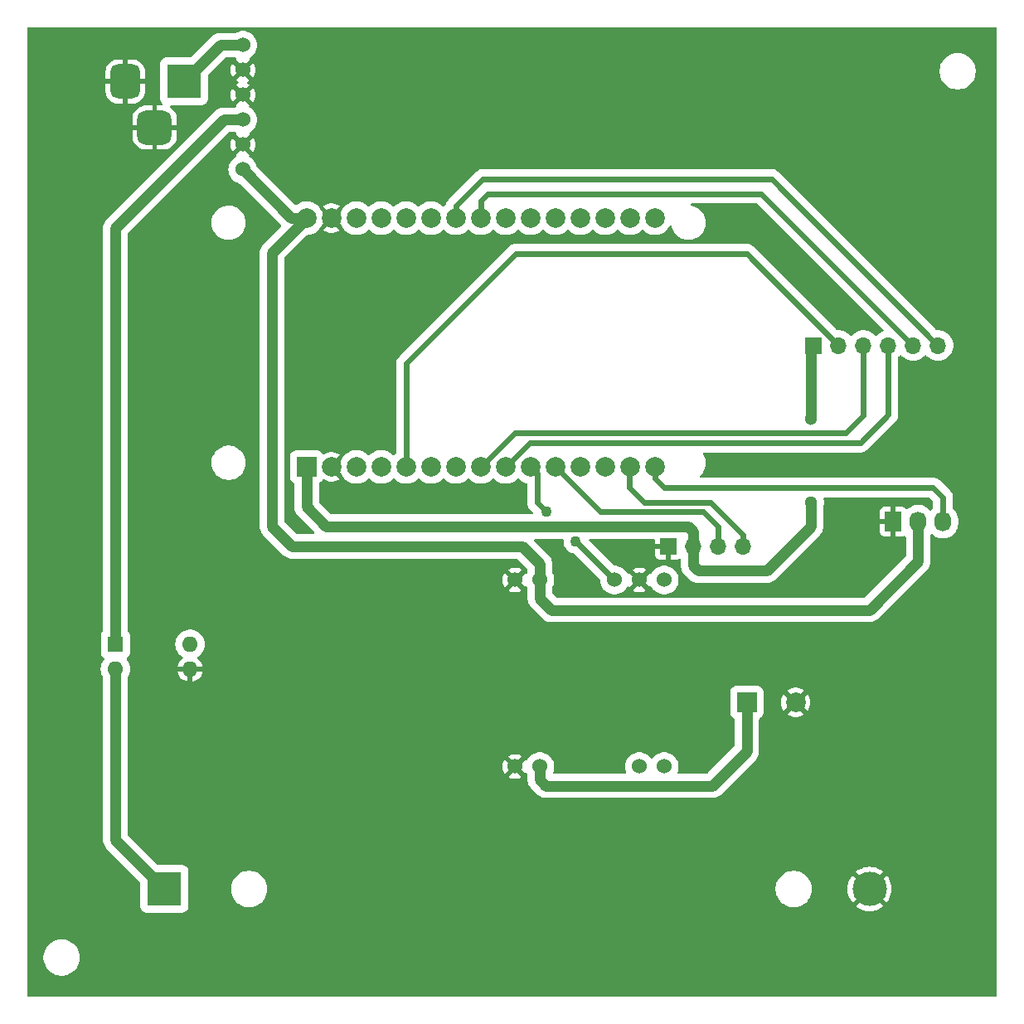
<source format=gbr>
%TF.GenerationSoftware,KiCad,Pcbnew,8.0.4*%
%TF.CreationDate,2024-09-12T20:04:55-05:00*%
%TF.ProjectId,PCB 1,50434220-312e-46b6-9963-61645f706362,rev?*%
%TF.SameCoordinates,Original*%
%TF.FileFunction,Copper,L2,Bot*%
%TF.FilePolarity,Positive*%
%FSLAX46Y46*%
G04 Gerber Fmt 4.6, Leading zero omitted, Abs format (unit mm)*
G04 Created by KiCad (PCBNEW 8.0.4) date 2024-09-12 20:04:55*
%MOMM*%
%LPD*%
G01*
G04 APERTURE LIST*
G04 Aperture macros list*
%AMRoundRect*
0 Rectangle with rounded corners*
0 $1 Rounding radius*
0 $2 $3 $4 $5 $6 $7 $8 $9 X,Y pos of 4 corners*
0 Add a 4 corners polygon primitive as box body*
4,1,4,$2,$3,$4,$5,$6,$7,$8,$9,$2,$3,0*
0 Add four circle primitives for the rounded corners*
1,1,$1+$1,$2,$3*
1,1,$1+$1,$4,$5*
1,1,$1+$1,$6,$7*
1,1,$1+$1,$8,$9*
0 Add four rect primitives between the rounded corners*
20,1,$1+$1,$2,$3,$4,$5,0*
20,1,$1+$1,$4,$5,$6,$7,0*
20,1,$1+$1,$6,$7,$8,$9,0*
20,1,$1+$1,$8,$9,$2,$3,0*%
G04 Aperture macros list end*
%TA.AperFunction,ComponentPad*%
%ADD10R,1.700000X1.700000*%
%TD*%
%TA.AperFunction,ComponentPad*%
%ADD11O,1.700000X1.700000*%
%TD*%
%TA.AperFunction,ComponentPad*%
%ADD12C,1.524000*%
%TD*%
%TA.AperFunction,ComponentPad*%
%ADD13R,1.730000X2.030000*%
%TD*%
%TA.AperFunction,ComponentPad*%
%ADD14O,1.730000X2.030000*%
%TD*%
%TA.AperFunction,ComponentPad*%
%ADD15R,3.500000X3.500000*%
%TD*%
%TA.AperFunction,ComponentPad*%
%ADD16RoundRect,0.750000X-0.750000X-1.000000X0.750000X-1.000000X0.750000X1.000000X-0.750000X1.000000X0*%
%TD*%
%TA.AperFunction,ComponentPad*%
%ADD17RoundRect,0.875000X-0.875000X-0.875000X0.875000X-0.875000X0.875000X0.875000X-0.875000X0.875000X0*%
%TD*%
%TA.AperFunction,ComponentPad*%
%ADD18R,1.600000X1.600000*%
%TD*%
%TA.AperFunction,ComponentPad*%
%ADD19O,1.600000X1.600000*%
%TD*%
%TA.AperFunction,ComponentPad*%
%ADD20R,2.000000X2.000000*%
%TD*%
%TA.AperFunction,ComponentPad*%
%ADD21C,2.000000*%
%TD*%
%TA.AperFunction,ComponentPad*%
%ADD22C,3.500000*%
%TD*%
%TA.AperFunction,ViaPad*%
%ADD23C,1.300000*%
%TD*%
%TA.AperFunction,ViaPad*%
%ADD24C,1.100000*%
%TD*%
%TA.AperFunction,Conductor*%
%ADD25C,1.100000*%
%TD*%
%TA.AperFunction,Conductor*%
%ADD26C,0.600000*%
%TD*%
G04 APERTURE END LIST*
D10*
%TO.P,J5,1,Pin_1*%
%TO.N,+3V3*%
X180800000Y-83000000D03*
D11*
%TO.P,J5,2,Pin_2*%
%TO.N,/D4*%
X183340000Y-83000000D03*
%TO.P,J5,3,Pin_3*%
%TO.N,/D5*%
X185880000Y-83000000D03*
%TO.P,J5,4,Pin_4*%
%TO.N,/D18*%
X188420000Y-83000000D03*
%TO.P,J5,5,Pin_5*%
%TO.N,/D25*%
X190960000Y-83000000D03*
%TO.P,J5,6,Pin_6*%
%TO.N,/D26*%
X193500000Y-83000000D03*
%TD*%
D12*
%TO.P,U3,1,VIN*%
%TO.N,VDC*%
X122500000Y-52340000D03*
%TO.P,U3,2,GND*%
%TO.N,GND*%
X122500000Y-54880000D03*
%TO.P,U3,3,GND*%
X122500000Y-57420000D03*
%TO.P,U3,4,BAT*%
%TO.N,+BATT*%
X122500000Y-59960000D03*
%TO.P,U3,5,GND*%
%TO.N,GND*%
X122500000Y-62500000D03*
%TO.P,U3,6,OUT-5V*%
%TO.N,+5V*%
X122500000Y-65040000D03*
%TD*%
D13*
%TO.P,J1,1,Pin_1*%
%TO.N,GND*%
X188920000Y-101000000D03*
D14*
%TO.P,J1,2,Pin_2*%
%TO.N,+5V*%
X191460000Y-101000000D03*
%TO.P,J1,3,Pin_3*%
%TO.N,/LEDS*%
X194000000Y-101000000D03*
%TD*%
D12*
%TO.P,U2,1,L*%
%TO.N,unconnected-(U2-L-Pad1)*%
X165540000Y-106950000D03*
%TO.P,U2,2,T*%
%TO.N,GND*%
X163000000Y-106950000D03*
%TO.P,U2,3,R*%
%TO.N,/D19*%
X160460000Y-106950000D03*
%TO.P,U2,4,vin*%
%TO.N,+5V*%
X152840000Y-106950000D03*
%TO.P,U2,5,gnd*%
%TO.N,GND*%
X150300000Y-106950000D03*
%TO.P,U2,6,R-*%
X150300000Y-126000000D03*
%TO.P,U2,7,R+*%
%TO.N,Net-(BZ1-+)*%
X152840000Y-126000000D03*
%TO.P,U2,8,L+*%
%TO.N,unconnected-(U2-L+-Pad8)*%
X163000000Y-126000000D03*
%TO.P,U2,9,L-*%
%TO.N,unconnected-(U2-L--Pad9)*%
X165540000Y-126000000D03*
%TD*%
D15*
%TO.P,J3,1*%
%TO.N,VDC*%
X116500000Y-56042500D03*
D16*
%TO.P,J3,2*%
%TO.N,GND*%
X110500000Y-56042500D03*
D17*
%TO.P,J3,3*%
X113500000Y-60742500D03*
%TD*%
D18*
%TO.P,SW1,1,A*%
%TO.N,+BATT*%
X109500000Y-113500000D03*
D19*
%TO.P,SW1,2,B*%
%TO.N,Net-(BT1-+)*%
X109500000Y-116040000D03*
%TO.P,SW1,3,C*%
%TO.N,GND*%
X117120000Y-116040000D03*
%TO.P,SW1,4*%
%TO.N,N/C*%
X117120000Y-113500000D03*
%TD*%
D20*
%TO.P,BZ1,1,+*%
%TO.N,Net-(BZ1-+)*%
X173960000Y-119450000D03*
D21*
%TO.P,BZ1,2,-*%
%TO.N,GND*%
X178960000Y-119450000D03*
%TD*%
D15*
%TO.P,BT1,1,+*%
%TO.N,Net-(BT1-+)*%
X114500000Y-138500000D03*
D22*
%TO.P,BT1,2,-*%
%TO.N,GND*%
X186500000Y-138500000D03*
%TD*%
D10*
%TO.P,J2,1,Pin_1*%
%TO.N,GND*%
X165960000Y-103500000D03*
D11*
%TO.P,J2,2,Pin_2*%
%TO.N,+3V3*%
X168500000Y-103500000D03*
%TO.P,J2,3,Pin_3*%
%TO.N,/SDA*%
X171040000Y-103500000D03*
%TO.P,J2,4,Pin_4*%
%TO.N,/SCL*%
X173580000Y-103500000D03*
%TD*%
D20*
%TO.P,U1,1,3V3*%
%TO.N,+3V3*%
X129020000Y-95400000D03*
D21*
%TO.P,U1,2,GND*%
%TO.N,GND*%
X131560000Y-95400000D03*
%TO.P,U1,3,D15*%
%TO.N,unconnected-(U1-D15-Pad3)*%
X134100000Y-95400000D03*
%TO.P,U1,4,D2*%
%TO.N,unconnected-(U1-D2-Pad4)*%
X136640000Y-95400000D03*
%TO.P,U1,5,D4*%
%TO.N,/D4*%
X139180000Y-95400000D03*
%TO.P,U1,6,RX2*%
%TO.N,unconnected-(U1-RX2-Pad6)*%
X141720000Y-95400000D03*
%TO.P,U1,7,TX2*%
%TO.N,unconnected-(U1-TX2-Pad7)*%
X144260000Y-95400000D03*
%TO.P,U1,8,D5*%
%TO.N,/D5*%
X146800000Y-95400000D03*
%TO.P,U1,9,D18*%
%TO.N,/D18*%
X149340000Y-95400000D03*
%TO.P,U1,10,D19*%
%TO.N,/D19*%
X151880000Y-95400000D03*
%TO.P,U1,11,D21*%
%TO.N,/SDA*%
X154420000Y-95400000D03*
%TO.P,U1,12,RX0*%
%TO.N,unconnected-(U1-RX0-Pad12)*%
X156960000Y-95400000D03*
%TO.P,U1,13,TX0*%
%TO.N,unconnected-(U1-TX0-Pad13)*%
X159500000Y-95400000D03*
%TO.P,U1,14,D22*%
%TO.N,/SCL*%
X162040000Y-95400000D03*
%TO.P,U1,15,D23*%
%TO.N,/LEDS*%
X164580000Y-95400000D03*
%TO.P,U1,16,EN*%
%TO.N,unconnected-(U1-EN-Pad16)*%
X164580000Y-70000000D03*
%TO.P,U1,17,VP*%
%TO.N,unconnected-(U1-VP-Pad17)*%
X162040000Y-70000000D03*
%TO.P,U1,18,VN*%
%TO.N,unconnected-(U1-VN-Pad18)*%
X159500000Y-70000000D03*
%TO.P,U1,19,D34*%
%TO.N,unconnected-(U1-D34-Pad19)*%
X156960000Y-70000000D03*
%TO.P,U1,20,D35*%
%TO.N,unconnected-(U1-D35-Pad20)*%
X154420000Y-70000000D03*
%TO.P,U1,21,D32*%
%TO.N,unconnected-(U1-D32-Pad21)*%
X151880000Y-70000000D03*
%TO.P,U1,22,D33*%
%TO.N,unconnected-(U1-D33-Pad22)*%
X149340000Y-70000000D03*
%TO.P,U1,23,D25*%
%TO.N,/D25*%
X146800000Y-70000000D03*
%TO.P,U1,24,D26*%
%TO.N,/D26*%
X144260000Y-70000000D03*
%TO.P,U1,25,D27*%
%TO.N,unconnected-(U1-D27-Pad25)*%
X141720000Y-70000000D03*
%TO.P,U1,26,D14*%
%TO.N,unconnected-(U1-D14-Pad26)*%
X139180000Y-70000000D03*
%TO.P,U1,27,D12*%
%TO.N,unconnected-(U1-D12-Pad27)*%
X136640000Y-70000000D03*
%TO.P,U1,28,D13*%
%TO.N,unconnected-(U1-D13-Pad28)*%
X134100000Y-70000000D03*
%TO.P,U1,29,GND*%
%TO.N,GND*%
X131560000Y-70000000D03*
%TO.P,U1,30,VIN*%
%TO.N,+5V*%
X129020000Y-70000000D03*
%TD*%
D23*
%TO.N,GND*%
X187500000Y-105500000D03*
X136500000Y-99500000D03*
X188500000Y-75000000D03*
X191000000Y-109000000D03*
X184000000Y-78500000D03*
X136500000Y-106500000D03*
%TO.N,+3V3*%
X180500000Y-90500000D03*
X180500000Y-99000000D03*
D24*
%TO.N,/D19*%
X153500000Y-100000000D03*
X156500000Y-103000000D03*
%TD*%
D25*
%TO.N,Net-(BT1-+)*%
X114500000Y-138500000D02*
X109500000Y-133500000D01*
X109500000Y-133500000D02*
X109500000Y-116040000D01*
%TO.N,Net-(BZ1-+)*%
X153460000Y-127950000D02*
X152840000Y-127330000D01*
X173960000Y-124450000D02*
X173960000Y-119450000D01*
X152840000Y-127330000D02*
X152840000Y-126000000D01*
X153460000Y-127950000D02*
X170460000Y-127950000D01*
X170460000Y-127950000D02*
X173960000Y-124450000D01*
%TO.N,+5V*%
X125500000Y-101500000D02*
X125500000Y-73520000D01*
X125500000Y-101500000D02*
X127500000Y-103500000D01*
X186500000Y-110000000D02*
X154000000Y-110000000D01*
X127460000Y-70000000D02*
X122500000Y-65040000D01*
X191460000Y-101000000D02*
X191460000Y-105040000D01*
X191460000Y-105040000D02*
X186500000Y-110000000D01*
X152840000Y-108840000D02*
X152840000Y-106950000D01*
X152840000Y-106950000D02*
X152840000Y-105298000D01*
X154000000Y-110000000D02*
X152840000Y-108840000D01*
X125500000Y-73520000D02*
X129020000Y-70000000D01*
X152840000Y-105298000D02*
X151042000Y-103500000D01*
X129020000Y-70000000D02*
X127460000Y-70000000D01*
X151042000Y-103500000D02*
X127500000Y-103500000D01*
D26*
%TO.N,/LEDS*%
X194000000Y-101000000D02*
X194000000Y-98500000D01*
X164580000Y-95400000D02*
X164580000Y-96580000D01*
X164580000Y-96580000D02*
X165500000Y-97500000D01*
X194000000Y-98500000D02*
X193000000Y-97500000D01*
X165500000Y-97500000D02*
X193000000Y-97500000D01*
D25*
%TO.N,+3V3*%
X131000000Y-101500000D02*
X134000000Y-101500000D01*
X168500000Y-103500000D02*
X168500000Y-105500000D01*
X180500000Y-83300000D02*
X180800000Y-83000000D01*
X129000000Y-99500000D02*
X131000000Y-101500000D01*
X129020000Y-99480000D02*
X129000000Y-99500000D01*
X168500000Y-102000000D02*
X168000000Y-101500000D01*
X180500000Y-90500000D02*
X180500000Y-83300000D01*
X129020000Y-95400000D02*
X129020000Y-99480000D01*
X169000000Y-106000000D02*
X176000000Y-106000000D01*
X176500000Y-105500000D02*
X180500000Y-101500000D01*
X180500000Y-101500000D02*
X180500000Y-99000000D01*
X129020000Y-97020000D02*
X129020000Y-95400000D01*
X134000000Y-101500000D02*
X133500000Y-101500000D01*
X168500000Y-105500000D02*
X169000000Y-106000000D01*
X168500000Y-103500000D02*
X168500000Y-102000000D01*
X168000000Y-101500000D02*
X134000000Y-101500000D01*
X176000000Y-106000000D02*
X176500000Y-105500000D01*
D26*
%TO.N,/SCL*%
X162000000Y-97500000D02*
X162000000Y-95440000D01*
X162000000Y-95440000D02*
X162040000Y-95400000D01*
X173580000Y-103500000D02*
X173580000Y-102297919D01*
X163500000Y-99000000D02*
X162000000Y-97500000D01*
X173580000Y-102297919D02*
X170282081Y-99000000D01*
X170282081Y-99000000D02*
X163500000Y-99000000D01*
%TO.N,/SDA*%
X171040000Y-103500000D02*
X171000000Y-103460000D01*
X171000000Y-103460000D02*
X171000000Y-101500000D01*
X169500000Y-100000000D02*
X159020000Y-100000000D01*
X171000000Y-101500000D02*
X169500000Y-100000000D01*
X159020000Y-100000000D02*
X154420000Y-95400000D01*
D25*
%TO.N,VDC*%
X120202500Y-52340000D02*
X116500000Y-56042500D01*
X122500000Y-52340000D02*
X120202500Y-52340000D01*
D26*
%TO.N,/D5*%
X185880000Y-90120000D02*
X185880000Y-83000000D01*
X146800000Y-95400000D02*
X150290000Y-91910000D01*
X150290000Y-91910000D02*
X184090000Y-91910000D01*
X184090000Y-91910000D02*
X185880000Y-90120000D01*
%TO.N,/D18*%
X188420000Y-90080000D02*
X188420000Y-83000000D01*
X149340000Y-95400000D02*
X151810000Y-92930000D01*
X185570000Y-92930000D02*
X188420000Y-90080000D01*
X151810000Y-92930000D02*
X185570000Y-92930000D01*
%TO.N,/D26*%
X176500000Y-66000000D02*
X193500000Y-83000000D01*
X144260000Y-70000000D02*
X144260000Y-68740000D01*
X147000000Y-66000000D02*
X176500000Y-66000000D01*
X144260000Y-68740000D02*
X147000000Y-66000000D01*
%TO.N,/D4*%
X150380000Y-73620000D02*
X139180000Y-84820000D01*
X173960000Y-73620000D02*
X150380000Y-73620000D01*
X139180000Y-84820000D02*
X139180000Y-95400000D01*
X183340000Y-83000000D02*
X173960000Y-73620000D01*
%TO.N,/D25*%
X175460000Y-67500000D02*
X190960000Y-83000000D01*
X147500000Y-67500000D02*
X175460000Y-67500000D01*
X146800000Y-70000000D02*
X146800000Y-68200000D01*
X146800000Y-68200000D02*
X147500000Y-67500000D01*
D25*
%TO.N,+BATT*%
X109500000Y-113500000D02*
X109500000Y-71000000D01*
X109500000Y-71000000D02*
X120540000Y-59960000D01*
X120540000Y-59960000D02*
X122500000Y-59960000D01*
D26*
%TO.N,/D19*%
X152554000Y-99054000D02*
X153500000Y-100000000D01*
X151900000Y-95400000D02*
X151880000Y-95400000D01*
X152554000Y-96074000D02*
X152554000Y-99054000D01*
X151880000Y-95400000D02*
X152554000Y-96074000D01*
X156510000Y-103000000D02*
X156500000Y-103000000D01*
X160460000Y-106950000D02*
X156510000Y-103000000D01*
%TD*%
%TA.AperFunction,Conductor*%
%TO.N,GND*%
G36*
X192601257Y-98520185D02*
G01*
X192621899Y-98536819D01*
X192963181Y-98878101D01*
X192996666Y-98939424D01*
X192999500Y-98965782D01*
X192999500Y-99585185D01*
X192979815Y-99652224D01*
X192963181Y-99672867D01*
X192817680Y-99818367D01*
X192756357Y-99851851D01*
X192686665Y-99846867D01*
X192642318Y-99818366D01*
X192479857Y-99655905D01*
X192479855Y-99655903D01*
X192280501Y-99511064D01*
X192237068Y-99488934D01*
X192060940Y-99399192D01*
X191826592Y-99323048D01*
X191644053Y-99294137D01*
X191583208Y-99284500D01*
X191336792Y-99284500D01*
X191255665Y-99297349D01*
X191093409Y-99323048D01*
X191093406Y-99323048D01*
X190859059Y-99399192D01*
X190639498Y-99511064D01*
X190440145Y-99655903D01*
X190382963Y-99713085D01*
X190321639Y-99746569D01*
X190251947Y-99741584D01*
X190196015Y-99699714D01*
X190142186Y-99627809D01*
X190027093Y-99541649D01*
X190027086Y-99541645D01*
X189892379Y-99491403D01*
X189892372Y-99491401D01*
X189832844Y-99485000D01*
X189170000Y-99485000D01*
X189170000Y-100555439D01*
X189116853Y-100524755D01*
X188987143Y-100490000D01*
X188852857Y-100490000D01*
X188723147Y-100524755D01*
X188670000Y-100555439D01*
X188670000Y-99485000D01*
X188007155Y-99485000D01*
X187947627Y-99491401D01*
X187947620Y-99491403D01*
X187812913Y-99541645D01*
X187812906Y-99541649D01*
X187697812Y-99627809D01*
X187697809Y-99627812D01*
X187611649Y-99742906D01*
X187611645Y-99742913D01*
X187561403Y-99877620D01*
X187561401Y-99877627D01*
X187555000Y-99937155D01*
X187555000Y-100750000D01*
X188475440Y-100750000D01*
X188444755Y-100803147D01*
X188410000Y-100932857D01*
X188410000Y-101067143D01*
X188444755Y-101196853D01*
X188475440Y-101250000D01*
X187555000Y-101250000D01*
X187555000Y-102062844D01*
X187561401Y-102122372D01*
X187561403Y-102122379D01*
X187611645Y-102257086D01*
X187611649Y-102257093D01*
X187697809Y-102372187D01*
X187697812Y-102372190D01*
X187812906Y-102458350D01*
X187812913Y-102458354D01*
X187947620Y-102508596D01*
X187947627Y-102508598D01*
X188007155Y-102514999D01*
X188007172Y-102515000D01*
X188670000Y-102515000D01*
X188670000Y-101444560D01*
X188723147Y-101475245D01*
X188852857Y-101510000D01*
X188987143Y-101510000D01*
X189116853Y-101475245D01*
X189170000Y-101444560D01*
X189170000Y-102515000D01*
X189832828Y-102515000D01*
X189832844Y-102514999D01*
X189892372Y-102508598D01*
X189892379Y-102508596D01*
X190035399Y-102455254D01*
X190035959Y-102456757D01*
X190094341Y-102444056D01*
X190159806Y-102468470D01*
X190201680Y-102524401D01*
X190209500Y-102567740D01*
X190209500Y-104470664D01*
X190189815Y-104537703D01*
X190173181Y-104558345D01*
X186018345Y-108713181D01*
X185957022Y-108746666D01*
X185930664Y-108749500D01*
X154569337Y-108749500D01*
X154502298Y-108729815D01*
X154481656Y-108713181D01*
X154126819Y-108358344D01*
X154093334Y-108297021D01*
X154090500Y-108270663D01*
X154090500Y-107746810D01*
X154110185Y-107679771D01*
X154110693Y-107678986D01*
X154110694Y-107678985D01*
X154130638Y-107648459D01*
X154227998Y-107426500D01*
X154287497Y-107191545D01*
X154288127Y-107183940D01*
X154307512Y-106950005D01*
X154307512Y-106949994D01*
X154287498Y-106708463D01*
X154287496Y-106708451D01*
X154271459Y-106645124D01*
X154227998Y-106473500D01*
X154158319Y-106314647D01*
X154130638Y-106251540D01*
X154110691Y-106221009D01*
X154090503Y-106154119D01*
X154090500Y-106153188D01*
X154090500Y-105199577D01*
X154059709Y-105005173D01*
X154035438Y-104930477D01*
X154035438Y-104930475D01*
X153998886Y-104817978D01*
X153984887Y-104790504D01*
X153909524Y-104642595D01*
X153793828Y-104483354D01*
X152272655Y-102962181D01*
X152239170Y-102900858D01*
X152244154Y-102831166D01*
X152286026Y-102775233D01*
X152351490Y-102750816D01*
X152360336Y-102750500D01*
X155131229Y-102750500D01*
X155198268Y-102770185D01*
X155244023Y-102822989D01*
X155254757Y-102885307D01*
X155244723Y-102999997D01*
X155244723Y-103000002D01*
X155263793Y-103217975D01*
X155263793Y-103217979D01*
X155320422Y-103429322D01*
X155320424Y-103429326D01*
X155320425Y-103429330D01*
X155322684Y-103434174D01*
X155412897Y-103627638D01*
X155412898Y-103627639D01*
X155538402Y-103806877D01*
X155693123Y-103961598D01*
X155872361Y-104087102D01*
X156070670Y-104179575D01*
X156282023Y-104236207D01*
X156291045Y-104236996D01*
X156356114Y-104262446D01*
X156367922Y-104272843D01*
X158956169Y-106861090D01*
X158989654Y-106922413D01*
X158992488Y-106948771D01*
X158992488Y-106950005D01*
X159012501Y-107191536D01*
X159012503Y-107191548D01*
X159072001Y-107426498D01*
X159169361Y-107648458D01*
X159301924Y-107851362D01*
X159301927Y-107851365D01*
X159466081Y-108029684D01*
X159466084Y-108029686D01*
X159466087Y-108029689D01*
X159657338Y-108178546D01*
X159657345Y-108178550D01*
X159657347Y-108178552D01*
X159870507Y-108293908D01*
X159989544Y-108334774D01*
X160099743Y-108372606D01*
X160099745Y-108372606D01*
X160099747Y-108372607D01*
X160338814Y-108412500D01*
X160338815Y-108412500D01*
X160581185Y-108412500D01*
X160581186Y-108412500D01*
X160820253Y-108372607D01*
X161049493Y-108293908D01*
X161262653Y-108178552D01*
X161453919Y-108029684D01*
X161618073Y-107851365D01*
X161745866Y-107655762D01*
X161799012Y-107610406D01*
X161868244Y-107600982D01*
X161931580Y-107630484D01*
X161947354Y-107648108D01*
X161948259Y-107648188D01*
X162619000Y-106977447D01*
X162619000Y-107000160D01*
X162644964Y-107097061D01*
X162695124Y-107183940D01*
X162766060Y-107254876D01*
X162852939Y-107305036D01*
X162949840Y-107331000D01*
X162972553Y-107331000D01*
X162301810Y-108001740D01*
X162366590Y-108047099D01*
X162366592Y-108047100D01*
X162566715Y-108140419D01*
X162566729Y-108140424D01*
X162780013Y-108197573D01*
X162780023Y-108197575D01*
X162999999Y-108216821D01*
X163000001Y-108216821D01*
X163219976Y-108197575D01*
X163219986Y-108197573D01*
X163433270Y-108140424D01*
X163433284Y-108140419D01*
X163633407Y-108047100D01*
X163633417Y-108047094D01*
X163698188Y-108001741D01*
X163027448Y-107331000D01*
X163050160Y-107331000D01*
X163147061Y-107305036D01*
X163233940Y-107254876D01*
X163304876Y-107183940D01*
X163355036Y-107097061D01*
X163381000Y-107000160D01*
X163381000Y-106977447D01*
X164051741Y-107648188D01*
X164054382Y-107647957D01*
X164103325Y-107608835D01*
X164172823Y-107601641D01*
X164235178Y-107633163D01*
X164254133Y-107655762D01*
X164381924Y-107851362D01*
X164381927Y-107851365D01*
X164546081Y-108029684D01*
X164546084Y-108029686D01*
X164546087Y-108029689D01*
X164737338Y-108178546D01*
X164737345Y-108178550D01*
X164737347Y-108178552D01*
X164950507Y-108293908D01*
X165069544Y-108334774D01*
X165179743Y-108372606D01*
X165179745Y-108372606D01*
X165179747Y-108372607D01*
X165418814Y-108412500D01*
X165418815Y-108412500D01*
X165661185Y-108412500D01*
X165661186Y-108412500D01*
X165900253Y-108372607D01*
X166129493Y-108293908D01*
X166342653Y-108178552D01*
X166533919Y-108029684D01*
X166698073Y-107851365D01*
X166830638Y-107648459D01*
X166927998Y-107426500D01*
X166987497Y-107191545D01*
X166988127Y-107183940D01*
X167007512Y-106950005D01*
X167007512Y-106949994D01*
X166987498Y-106708463D01*
X166987496Y-106708451D01*
X166971459Y-106645124D01*
X166927998Y-106473500D01*
X166830638Y-106251541D01*
X166810693Y-106221013D01*
X166698075Y-106048637D01*
X166679408Y-106028359D01*
X166533919Y-105870316D01*
X166533914Y-105870312D01*
X166533912Y-105870310D01*
X166342661Y-105721453D01*
X166342650Y-105721446D01*
X166129499Y-105606095D01*
X166129496Y-105606094D01*
X166129493Y-105606092D01*
X166129487Y-105606090D01*
X166129485Y-105606089D01*
X165900256Y-105527393D01*
X165720952Y-105497473D01*
X165661186Y-105487500D01*
X165418814Y-105487500D01*
X165371000Y-105495478D01*
X165179743Y-105527393D01*
X164950514Y-105606089D01*
X164950500Y-105606095D01*
X164737349Y-105721446D01*
X164737338Y-105721453D01*
X164546087Y-105870310D01*
X164546084Y-105870313D01*
X164381923Y-106048639D01*
X164254132Y-106244237D01*
X164200986Y-106289594D01*
X164131755Y-106299017D01*
X164068419Y-106269515D01*
X164052644Y-106251890D01*
X164051740Y-106251810D01*
X163381000Y-106922551D01*
X163381000Y-106899840D01*
X163355036Y-106802939D01*
X163304876Y-106716060D01*
X163233940Y-106645124D01*
X163147061Y-106594964D01*
X163050160Y-106569000D01*
X163027448Y-106569000D01*
X163698188Y-105898259D01*
X163698187Y-105898258D01*
X163633411Y-105852901D01*
X163633405Y-105852898D01*
X163433284Y-105759580D01*
X163433270Y-105759575D01*
X163219986Y-105702426D01*
X163219976Y-105702424D01*
X163000001Y-105683179D01*
X162999999Y-105683179D01*
X162780023Y-105702424D01*
X162780013Y-105702426D01*
X162566729Y-105759575D01*
X162566720Y-105759579D01*
X162366590Y-105852901D01*
X162301811Y-105898258D01*
X162972553Y-106569000D01*
X162949840Y-106569000D01*
X162852939Y-106594964D01*
X162766060Y-106645124D01*
X162695124Y-106716060D01*
X162644964Y-106802939D01*
X162619000Y-106899840D01*
X162619000Y-106922553D01*
X161948257Y-106251810D01*
X161945614Y-106252042D01*
X161896673Y-106291163D01*
X161827174Y-106298357D01*
X161764819Y-106266834D01*
X161745865Y-106244236D01*
X161730179Y-106220227D01*
X161618076Y-106048639D01*
X161618075Y-106048637D01*
X161599408Y-106028359D01*
X161453919Y-105870316D01*
X161453914Y-105870312D01*
X161453912Y-105870310D01*
X161262661Y-105721453D01*
X161262650Y-105721446D01*
X161049499Y-105606095D01*
X161049496Y-105606094D01*
X161049493Y-105606092D01*
X161049487Y-105606090D01*
X161049485Y-105606089D01*
X160820256Y-105527393D01*
X160640952Y-105497473D01*
X160581186Y-105487500D01*
X160581185Y-105487500D01*
X160463783Y-105487500D01*
X160396744Y-105467815D01*
X160376102Y-105451181D01*
X159161127Y-104236206D01*
X157887100Y-102962180D01*
X157853616Y-102900858D01*
X157858600Y-102831166D01*
X157900472Y-102775233D01*
X157965936Y-102750816D01*
X157974782Y-102750500D01*
X164486000Y-102750500D01*
X164553039Y-102770185D01*
X164598794Y-102822989D01*
X164610000Y-102874500D01*
X164610000Y-103250000D01*
X165526988Y-103250000D01*
X165494075Y-103307007D01*
X165460000Y-103434174D01*
X165460000Y-103565826D01*
X165494075Y-103692993D01*
X165526988Y-103750000D01*
X164610000Y-103750000D01*
X164610000Y-104397844D01*
X164616401Y-104457372D01*
X164616403Y-104457379D01*
X164666645Y-104592086D01*
X164666649Y-104592093D01*
X164752809Y-104707187D01*
X164752812Y-104707190D01*
X164867906Y-104793350D01*
X164867913Y-104793354D01*
X165002620Y-104843596D01*
X165002627Y-104843598D01*
X165062155Y-104849999D01*
X165062172Y-104850000D01*
X165710000Y-104850000D01*
X165710000Y-103933012D01*
X165767007Y-103965925D01*
X165894174Y-104000000D01*
X166025826Y-104000000D01*
X166152993Y-103965925D01*
X166210000Y-103933012D01*
X166210000Y-104850000D01*
X166857828Y-104850000D01*
X166857844Y-104849999D01*
X166917372Y-104843598D01*
X166917379Y-104843596D01*
X167052086Y-104793354D01*
X167059872Y-104789103D01*
X167060637Y-104790504D01*
X167116645Y-104769610D01*
X167184919Y-104784456D01*
X167234328Y-104833858D01*
X167249500Y-104893293D01*
X167249500Y-105598422D01*
X167280290Y-105792826D01*
X167341117Y-105980030D01*
X167429346Y-106153188D01*
X167430476Y-106155405D01*
X167546172Y-106314646D01*
X167546174Y-106314648D01*
X168185355Y-106953830D01*
X168185360Y-106953834D01*
X168249123Y-107000160D01*
X168344595Y-107069524D01*
X168519970Y-107158882D01*
X168519976Y-107158885D01*
X168656525Y-107203252D01*
X168707174Y-107219709D01*
X168762719Y-107228506D01*
X168901578Y-107250500D01*
X168901583Y-107250500D01*
X176098422Y-107250500D01*
X176292826Y-107219709D01*
X176343475Y-107203252D01*
X176480026Y-107158884D01*
X176655405Y-107069524D01*
X176814646Y-106953828D01*
X177453829Y-106314646D01*
X177453830Y-106314643D01*
X177460890Y-106307584D01*
X177460895Y-106307577D01*
X181453828Y-102314646D01*
X181569524Y-102155405D01*
X181590943Y-102113368D01*
X181658884Y-101980025D01*
X181709578Y-101824005D01*
X181719709Y-101792827D01*
X181744795Y-101634440D01*
X181750500Y-101598422D01*
X181750500Y-99541340D01*
X181762117Y-99488936D01*
X181773903Y-99463663D01*
X181835063Y-99235408D01*
X181855659Y-99000000D01*
X181835063Y-98764592D01*
X181806125Y-98656592D01*
X181807788Y-98586743D01*
X181846951Y-98528881D01*
X181911179Y-98501377D01*
X181925900Y-98500500D01*
X192534218Y-98500500D01*
X192601257Y-98520185D01*
G37*
%TD.AperFunction*%
%TA.AperFunction,Conductor*%
G36*
X175061257Y-68520185D02*
G01*
X175081899Y-68536819D01*
X187897626Y-81352546D01*
X187931111Y-81413869D01*
X187926127Y-81483561D01*
X187884255Y-81539494D01*
X187857398Y-81554788D01*
X187713910Y-81614222D01*
X187505826Y-81741737D01*
X187505823Y-81741738D01*
X187320241Y-81900241D01*
X187244290Y-81989168D01*
X187185783Y-82027361D01*
X187115915Y-82027859D01*
X187056869Y-81990505D01*
X187055710Y-81989168D01*
X187037844Y-81968250D01*
X186979759Y-81900241D01*
X186857063Y-81795449D01*
X186794176Y-81741738D01*
X186794173Y-81741737D01*
X186586089Y-81614222D01*
X186360618Y-81520830D01*
X186360621Y-81520830D01*
X186205386Y-81483561D01*
X186123302Y-81463854D01*
X186123300Y-81463853D01*
X186123297Y-81463853D01*
X185880000Y-81444706D01*
X185636702Y-81463853D01*
X185636698Y-81463854D01*
X185501416Y-81496333D01*
X185399380Y-81520830D01*
X185173910Y-81614222D01*
X184965826Y-81741737D01*
X184965823Y-81741738D01*
X184780241Y-81900241D01*
X184704290Y-81989168D01*
X184645783Y-82027361D01*
X184575915Y-82027859D01*
X184516869Y-81990505D01*
X184515710Y-81989168D01*
X184497844Y-81968250D01*
X184439759Y-81900241D01*
X184317063Y-81795449D01*
X184254176Y-81741738D01*
X184254173Y-81741737D01*
X184046089Y-81614222D01*
X183820618Y-81520830D01*
X183820621Y-81520830D01*
X183665386Y-81483561D01*
X183583302Y-81463854D01*
X183583300Y-81463853D01*
X183583297Y-81463853D01*
X183367943Y-81446905D01*
X183340000Y-81444706D01*
X183339999Y-81444706D01*
X183266854Y-81450462D01*
X183198476Y-81436097D01*
X183169445Y-81414525D01*
X174741479Y-72986559D01*
X174741459Y-72986537D01*
X174597785Y-72842863D01*
X174597781Y-72842860D01*
X174433920Y-72733371D01*
X174433911Y-72733366D01*
X174361315Y-72703296D01*
X174305165Y-72680038D01*
X174251836Y-72657949D01*
X174251832Y-72657948D01*
X174251828Y-72657946D01*
X174155188Y-72638724D01*
X174058544Y-72619500D01*
X174058541Y-72619500D01*
X150281459Y-72619500D01*
X150281455Y-72619500D01*
X150184812Y-72638724D01*
X150088167Y-72657947D01*
X150088161Y-72657949D01*
X150034834Y-72680037D01*
X150034834Y-72680038D01*
X149989315Y-72698892D01*
X149906089Y-72733366D01*
X149906079Y-72733371D01*
X149742219Y-72842859D01*
X149672540Y-72912538D01*
X149602861Y-72982218D01*
X149602858Y-72982221D01*
X138542221Y-84042858D01*
X138542218Y-84042861D01*
X138485324Y-84099755D01*
X138402859Y-84182219D01*
X138293371Y-84346080D01*
X138293364Y-84346093D01*
X138276927Y-84385778D01*
X138221454Y-84519704D01*
X138221452Y-84519710D01*
X138217949Y-84528164D01*
X138217946Y-84528175D01*
X138179500Y-84721454D01*
X138179500Y-93958472D01*
X138159815Y-94025511D01*
X138125354Y-94060924D01*
X138116785Y-94066765D01*
X137994341Y-94180377D01*
X137931808Y-94211545D01*
X137862352Y-94203958D01*
X137825659Y-94180377D01*
X137703217Y-94066768D01*
X137642704Y-94025511D01*
X137492634Y-93923195D01*
X137492630Y-93923193D01*
X137492627Y-93923191D01*
X137492626Y-93923190D01*
X137263006Y-93812612D01*
X137263008Y-93812612D01*
X137019466Y-93737489D01*
X137019462Y-93737488D01*
X137019458Y-93737487D01*
X136898231Y-93719214D01*
X136767440Y-93699500D01*
X136767435Y-93699500D01*
X136512565Y-93699500D01*
X136512559Y-93699500D01*
X136355609Y-93723157D01*
X136260542Y-93737487D01*
X136260539Y-93737488D01*
X136260533Y-93737489D01*
X136016992Y-93812612D01*
X135787373Y-93923190D01*
X135787372Y-93923191D01*
X135576782Y-94066768D01*
X135454341Y-94180377D01*
X135391808Y-94211545D01*
X135322352Y-94203958D01*
X135285659Y-94180377D01*
X135163217Y-94066768D01*
X135102704Y-94025511D01*
X134952634Y-93923195D01*
X134952630Y-93923193D01*
X134952627Y-93923191D01*
X134952626Y-93923190D01*
X134723006Y-93812612D01*
X134723008Y-93812612D01*
X134479466Y-93737489D01*
X134479462Y-93737488D01*
X134479458Y-93737487D01*
X134358231Y-93719214D01*
X134227440Y-93699500D01*
X134227435Y-93699500D01*
X133972565Y-93699500D01*
X133972559Y-93699500D01*
X133815609Y-93723157D01*
X133720542Y-93737487D01*
X133720539Y-93737488D01*
X133720533Y-93737489D01*
X133476992Y-93812612D01*
X133247373Y-93923190D01*
X133247372Y-93923191D01*
X133036782Y-94066768D01*
X132849952Y-94240121D01*
X132849950Y-94240123D01*
X132691041Y-94439388D01*
X132563608Y-94660109D01*
X132563606Y-94660113D01*
X132515024Y-94783896D01*
X132487277Y-94826274D01*
X132051127Y-95262423D01*
X132035245Y-95203147D01*
X131968102Y-95086853D01*
X131873147Y-94991898D01*
X131756853Y-94924755D01*
X131697574Y-94908871D01*
X132430057Y-94176389D01*
X132383229Y-94139943D01*
X132164614Y-94021635D01*
X132164603Y-94021630D01*
X131929493Y-93940916D01*
X131684293Y-93900000D01*
X131435707Y-93900000D01*
X131190506Y-93940916D01*
X130955396Y-94021630D01*
X130955385Y-94021635D01*
X130798977Y-94106278D01*
X130730648Y-94120873D01*
X130665276Y-94096210D01*
X130633844Y-94061375D01*
X130575472Y-93964815D01*
X130575470Y-93964813D01*
X130575469Y-93964811D01*
X130455188Y-93844530D01*
X130420132Y-93823338D01*
X130309606Y-93756522D01*
X130147196Y-93705914D01*
X130147194Y-93705913D01*
X130147192Y-93705913D01*
X130097778Y-93701423D01*
X130076616Y-93699500D01*
X127963384Y-93699500D01*
X127944145Y-93701248D01*
X127892807Y-93705913D01*
X127730393Y-93756522D01*
X127584811Y-93844530D01*
X127464530Y-93964811D01*
X127376522Y-94110393D01*
X127325913Y-94272807D01*
X127320782Y-94329275D01*
X127319500Y-94343384D01*
X127319500Y-96456616D01*
X127321423Y-96477778D01*
X127325913Y-96527192D01*
X127325913Y-96527194D01*
X127325914Y-96527196D01*
X127376522Y-96689606D01*
X127453388Y-96816758D01*
X127464530Y-96835188D01*
X127584811Y-96955469D01*
X127584813Y-96955470D01*
X127584815Y-96955472D01*
X127709651Y-97030938D01*
X127756837Y-97082465D01*
X127769500Y-97137054D01*
X127769500Y-99265548D01*
X127767973Y-99284946D01*
X127749500Y-99401577D01*
X127749500Y-99598422D01*
X127780290Y-99792826D01*
X127841117Y-99980030D01*
X127909732Y-100114693D01*
X127930476Y-100155405D01*
X128046172Y-100314646D01*
X128046174Y-100314648D01*
X129769345Y-102037819D01*
X129802830Y-102099142D01*
X129797846Y-102168834D01*
X129755974Y-102224767D01*
X129690510Y-102249184D01*
X129681664Y-102249500D01*
X128069336Y-102249500D01*
X128002297Y-102229815D01*
X127981655Y-102213181D01*
X126786819Y-101018345D01*
X126753334Y-100957022D01*
X126750500Y-100930664D01*
X126750500Y-74089336D01*
X126770185Y-74022297D01*
X126786819Y-74001655D01*
X129051656Y-71736819D01*
X129112979Y-71703334D01*
X129139337Y-71700500D01*
X129147435Y-71700500D01*
X129399458Y-71662513D01*
X129643004Y-71587389D01*
X129872634Y-71476805D01*
X130083217Y-71333232D01*
X130270050Y-71159877D01*
X130428959Y-70960612D01*
X130556393Y-70739888D01*
X130604978Y-70616096D01*
X130632721Y-70573724D01*
X131068871Y-70137574D01*
X131084755Y-70196853D01*
X131151898Y-70313147D01*
X131246853Y-70408102D01*
X131363147Y-70475245D01*
X131422424Y-70491128D01*
X130689942Y-71223609D01*
X130736768Y-71260055D01*
X130736770Y-71260056D01*
X130955385Y-71378364D01*
X130955396Y-71378369D01*
X131190506Y-71459083D01*
X131435707Y-71500000D01*
X131684293Y-71500000D01*
X131929493Y-71459083D01*
X132164603Y-71378369D01*
X132164614Y-71378364D01*
X132383228Y-71260057D01*
X132383231Y-71260055D01*
X132430056Y-71223609D01*
X131697575Y-70491128D01*
X131756853Y-70475245D01*
X131873147Y-70408102D01*
X131968102Y-70313147D01*
X132035245Y-70196853D01*
X132051128Y-70137575D01*
X132487276Y-70573723D01*
X132515023Y-70616101D01*
X132563606Y-70739886D01*
X132563607Y-70739888D01*
X132691041Y-70960612D01*
X132849950Y-71159877D01*
X133036783Y-71333232D01*
X133247366Y-71476805D01*
X133247371Y-71476807D01*
X133247372Y-71476808D01*
X133247373Y-71476809D01*
X133332854Y-71517974D01*
X133476992Y-71587387D01*
X133476993Y-71587387D01*
X133476996Y-71587389D01*
X133720542Y-71662513D01*
X133972565Y-71700500D01*
X134227435Y-71700500D01*
X134479458Y-71662513D01*
X134723004Y-71587389D01*
X134952634Y-71476805D01*
X135163217Y-71333232D01*
X135285659Y-71219623D01*
X135348192Y-71188455D01*
X135417648Y-71196042D01*
X135454341Y-71219623D01*
X135576783Y-71333232D01*
X135787366Y-71476805D01*
X135787371Y-71476807D01*
X135787372Y-71476808D01*
X135787373Y-71476809D01*
X135872854Y-71517974D01*
X136016992Y-71587387D01*
X136016993Y-71587387D01*
X136016996Y-71587389D01*
X136260542Y-71662513D01*
X136512565Y-71700500D01*
X136767435Y-71700500D01*
X137019458Y-71662513D01*
X137263004Y-71587389D01*
X137492634Y-71476805D01*
X137703217Y-71333232D01*
X137825659Y-71219623D01*
X137888192Y-71188455D01*
X137957648Y-71196042D01*
X137994341Y-71219623D01*
X138116783Y-71333232D01*
X138327366Y-71476805D01*
X138327371Y-71476807D01*
X138327372Y-71476808D01*
X138327373Y-71476809D01*
X138412854Y-71517974D01*
X138556992Y-71587387D01*
X138556993Y-71587387D01*
X138556996Y-71587389D01*
X138800542Y-71662513D01*
X139052565Y-71700500D01*
X139307435Y-71700500D01*
X139559458Y-71662513D01*
X139803004Y-71587389D01*
X140032634Y-71476805D01*
X140243217Y-71333232D01*
X140365659Y-71219623D01*
X140428192Y-71188455D01*
X140497648Y-71196042D01*
X140534341Y-71219623D01*
X140656783Y-71333232D01*
X140867366Y-71476805D01*
X140867371Y-71476807D01*
X140867372Y-71476808D01*
X140867373Y-71476809D01*
X140952854Y-71517974D01*
X141096992Y-71587387D01*
X141096993Y-71587387D01*
X141096996Y-71587389D01*
X141340542Y-71662513D01*
X141592565Y-71700500D01*
X141847435Y-71700500D01*
X142099458Y-71662513D01*
X142343004Y-71587389D01*
X142572634Y-71476805D01*
X142783217Y-71333232D01*
X142905659Y-71219623D01*
X142968192Y-71188455D01*
X143037648Y-71196042D01*
X143074341Y-71219623D01*
X143196783Y-71333232D01*
X143407366Y-71476805D01*
X143407371Y-71476807D01*
X143407372Y-71476808D01*
X143407373Y-71476809D01*
X143492854Y-71517974D01*
X143636992Y-71587387D01*
X143636993Y-71587387D01*
X143636996Y-71587389D01*
X143880542Y-71662513D01*
X144132565Y-71700500D01*
X144387435Y-71700500D01*
X144639458Y-71662513D01*
X144883004Y-71587389D01*
X145112634Y-71476805D01*
X145323217Y-71333232D01*
X145445659Y-71219623D01*
X145508192Y-71188455D01*
X145577648Y-71196042D01*
X145614341Y-71219623D01*
X145736783Y-71333232D01*
X145947366Y-71476805D01*
X145947371Y-71476807D01*
X145947372Y-71476808D01*
X145947373Y-71476809D01*
X146032854Y-71517974D01*
X146176992Y-71587387D01*
X146176993Y-71587387D01*
X146176996Y-71587389D01*
X146420542Y-71662513D01*
X146672565Y-71700500D01*
X146927435Y-71700500D01*
X147179458Y-71662513D01*
X147423004Y-71587389D01*
X147652634Y-71476805D01*
X147863217Y-71333232D01*
X147985659Y-71219623D01*
X148048192Y-71188455D01*
X148117648Y-71196042D01*
X148154341Y-71219623D01*
X148276783Y-71333232D01*
X148487366Y-71476805D01*
X148487371Y-71476807D01*
X148487372Y-71476808D01*
X148487373Y-71476809D01*
X148572854Y-71517974D01*
X148716992Y-71587387D01*
X148716993Y-71587387D01*
X148716996Y-71587389D01*
X148960542Y-71662513D01*
X149212565Y-71700500D01*
X149467435Y-71700500D01*
X149719458Y-71662513D01*
X149963004Y-71587389D01*
X150192634Y-71476805D01*
X150403217Y-71333232D01*
X150525659Y-71219623D01*
X150588192Y-71188455D01*
X150657648Y-71196042D01*
X150694341Y-71219623D01*
X150816783Y-71333232D01*
X151027366Y-71476805D01*
X151027371Y-71476807D01*
X151027372Y-71476808D01*
X151027373Y-71476809D01*
X151112854Y-71517974D01*
X151256992Y-71587387D01*
X151256993Y-71587387D01*
X151256996Y-71587389D01*
X151500542Y-71662513D01*
X151752565Y-71700500D01*
X152007435Y-71700500D01*
X152259458Y-71662513D01*
X152503004Y-71587389D01*
X152732634Y-71476805D01*
X152943217Y-71333232D01*
X153065659Y-71219623D01*
X153128192Y-71188455D01*
X153197648Y-71196042D01*
X153234341Y-71219623D01*
X153356783Y-71333232D01*
X153567366Y-71476805D01*
X153567371Y-71476807D01*
X153567372Y-71476808D01*
X153567373Y-71476809D01*
X153652854Y-71517974D01*
X153796992Y-71587387D01*
X153796993Y-71587387D01*
X153796996Y-71587389D01*
X154040542Y-71662513D01*
X154292565Y-71700500D01*
X154547435Y-71700500D01*
X154799458Y-71662513D01*
X155043004Y-71587389D01*
X155272634Y-71476805D01*
X155483217Y-71333232D01*
X155605659Y-71219623D01*
X155668192Y-71188455D01*
X155737648Y-71196042D01*
X155774341Y-71219623D01*
X155896783Y-71333232D01*
X156107366Y-71476805D01*
X156107371Y-71476807D01*
X156107372Y-71476808D01*
X156107373Y-71476809D01*
X156192854Y-71517974D01*
X156336992Y-71587387D01*
X156336993Y-71587387D01*
X156336996Y-71587389D01*
X156580542Y-71662513D01*
X156832565Y-71700500D01*
X157087435Y-71700500D01*
X157339458Y-71662513D01*
X157583004Y-71587389D01*
X157812634Y-71476805D01*
X158023217Y-71333232D01*
X158145659Y-71219623D01*
X158208192Y-71188455D01*
X158277648Y-71196042D01*
X158314341Y-71219623D01*
X158436783Y-71333232D01*
X158647366Y-71476805D01*
X158647371Y-71476807D01*
X158647372Y-71476808D01*
X158647373Y-71476809D01*
X158732854Y-71517974D01*
X158876992Y-71587387D01*
X158876993Y-71587387D01*
X158876996Y-71587389D01*
X159120542Y-71662513D01*
X159372565Y-71700500D01*
X159627435Y-71700500D01*
X159879458Y-71662513D01*
X160123004Y-71587389D01*
X160352634Y-71476805D01*
X160563217Y-71333232D01*
X160685659Y-71219623D01*
X160748192Y-71188455D01*
X160817648Y-71196042D01*
X160854341Y-71219623D01*
X160976783Y-71333232D01*
X161187366Y-71476805D01*
X161187371Y-71476807D01*
X161187372Y-71476808D01*
X161187373Y-71476809D01*
X161272854Y-71517974D01*
X161416992Y-71587387D01*
X161416993Y-71587387D01*
X161416996Y-71587389D01*
X161660542Y-71662513D01*
X161912565Y-71700500D01*
X162167435Y-71700500D01*
X162419458Y-71662513D01*
X162663004Y-71587389D01*
X162892634Y-71476805D01*
X163103217Y-71333232D01*
X163225659Y-71219623D01*
X163288192Y-71188455D01*
X163357648Y-71196042D01*
X163394341Y-71219623D01*
X163516783Y-71333232D01*
X163727366Y-71476805D01*
X163727371Y-71476807D01*
X163727372Y-71476808D01*
X163727373Y-71476809D01*
X163812854Y-71517974D01*
X163956992Y-71587387D01*
X163956993Y-71587387D01*
X163956996Y-71587389D01*
X164200542Y-71662513D01*
X164452565Y-71700500D01*
X164707435Y-71700500D01*
X164959458Y-71662513D01*
X165203004Y-71587389D01*
X165432634Y-71476805D01*
X165643217Y-71333232D01*
X165830050Y-71159877D01*
X165988959Y-70960612D01*
X166071674Y-70817344D01*
X166122238Y-70769131D01*
X166190845Y-70755907D01*
X166255710Y-70781875D01*
X166296239Y-70838789D01*
X166298832Y-70847248D01*
X166329208Y-70960612D01*
X166348843Y-71033889D01*
X166436650Y-71245876D01*
X166436657Y-71245890D01*
X166551392Y-71444617D01*
X166691081Y-71626661D01*
X166691089Y-71626670D01*
X166853330Y-71788911D01*
X166853338Y-71788918D01*
X167035382Y-71928607D01*
X167035385Y-71928608D01*
X167035388Y-71928611D01*
X167234112Y-72043344D01*
X167234117Y-72043346D01*
X167234123Y-72043349D01*
X167325480Y-72081190D01*
X167446113Y-72131158D01*
X167667762Y-72190548D01*
X167895266Y-72220500D01*
X167895273Y-72220500D01*
X168124727Y-72220500D01*
X168124734Y-72220500D01*
X168352238Y-72190548D01*
X168573887Y-72131158D01*
X168785888Y-72043344D01*
X168984612Y-71928611D01*
X169166661Y-71788919D01*
X169166665Y-71788914D01*
X169166670Y-71788911D01*
X169328911Y-71626670D01*
X169328914Y-71626665D01*
X169328919Y-71626661D01*
X169468611Y-71444612D01*
X169583344Y-71245888D01*
X169671158Y-71033887D01*
X169730548Y-70812238D01*
X169760500Y-70584734D01*
X169760500Y-70355266D01*
X169760274Y-70353553D01*
X169754955Y-70313147D01*
X169730548Y-70127762D01*
X169671158Y-69906113D01*
X169604772Y-69745843D01*
X169583349Y-69694123D01*
X169583346Y-69694117D01*
X169583344Y-69694112D01*
X169468611Y-69495388D01*
X169468608Y-69495385D01*
X169468607Y-69495382D01*
X169328918Y-69313338D01*
X169328911Y-69313330D01*
X169166670Y-69151089D01*
X169166661Y-69151081D01*
X168984617Y-69011392D01*
X168785890Y-68896657D01*
X168785876Y-68896650D01*
X168573887Y-68808842D01*
X168555659Y-68803958D01*
X168352238Y-68749452D01*
X168336946Y-68747438D01*
X168273051Y-68719172D01*
X168234580Y-68660847D01*
X168233749Y-68590983D01*
X168270821Y-68531759D01*
X168334027Y-68501981D01*
X168353133Y-68500500D01*
X174994218Y-68500500D01*
X175061257Y-68520185D01*
G37*
%TD.AperFunction*%
%TA.AperFunction,Conductor*%
G36*
X132487276Y-95973723D02*
G01*
X132515023Y-96016101D01*
X132562340Y-96136661D01*
X132563607Y-96139888D01*
X132691041Y-96360612D01*
X132849950Y-96559877D01*
X133036783Y-96733232D01*
X133247366Y-96876805D01*
X133247371Y-96876807D01*
X133247372Y-96876808D01*
X133247373Y-96876809D01*
X133369328Y-96935538D01*
X133476992Y-96987387D01*
X133476993Y-96987387D01*
X133476996Y-96987389D01*
X133720542Y-97062513D01*
X133972565Y-97100500D01*
X134227435Y-97100500D01*
X134479458Y-97062513D01*
X134723004Y-96987389D01*
X134952634Y-96876805D01*
X135163217Y-96733232D01*
X135285659Y-96619623D01*
X135348192Y-96588455D01*
X135417648Y-96596042D01*
X135454341Y-96619623D01*
X135576783Y-96733232D01*
X135787366Y-96876805D01*
X135787371Y-96876807D01*
X135787372Y-96876808D01*
X135787373Y-96876809D01*
X135909328Y-96935538D01*
X136016992Y-96987387D01*
X136016993Y-96987387D01*
X136016996Y-96987389D01*
X136260542Y-97062513D01*
X136512565Y-97100500D01*
X136767435Y-97100500D01*
X137019458Y-97062513D01*
X137263004Y-96987389D01*
X137492634Y-96876805D01*
X137703217Y-96733232D01*
X137825659Y-96619623D01*
X137888192Y-96588455D01*
X137957648Y-96596042D01*
X137994341Y-96619623D01*
X138116783Y-96733232D01*
X138327366Y-96876805D01*
X138327371Y-96876807D01*
X138327372Y-96876808D01*
X138327373Y-96876809D01*
X138449328Y-96935538D01*
X138556992Y-96987387D01*
X138556993Y-96987387D01*
X138556996Y-96987389D01*
X138800542Y-97062513D01*
X139052565Y-97100500D01*
X139307435Y-97100500D01*
X139559458Y-97062513D01*
X139803004Y-96987389D01*
X140032634Y-96876805D01*
X140243217Y-96733232D01*
X140365659Y-96619623D01*
X140428192Y-96588455D01*
X140497648Y-96596042D01*
X140534341Y-96619623D01*
X140656783Y-96733232D01*
X140867366Y-96876805D01*
X140867371Y-96876807D01*
X140867372Y-96876808D01*
X140867373Y-96876809D01*
X140989328Y-96935538D01*
X141096992Y-96987387D01*
X141096993Y-96987387D01*
X141096996Y-96987389D01*
X141340542Y-97062513D01*
X141592565Y-97100500D01*
X141847435Y-97100500D01*
X142099458Y-97062513D01*
X142343004Y-96987389D01*
X142572634Y-96876805D01*
X142783217Y-96733232D01*
X142905659Y-96619623D01*
X142968192Y-96588455D01*
X143037648Y-96596042D01*
X143074341Y-96619623D01*
X143196783Y-96733232D01*
X143407366Y-96876805D01*
X143407371Y-96876807D01*
X143407372Y-96876808D01*
X143407373Y-96876809D01*
X143529328Y-96935538D01*
X143636992Y-96987387D01*
X143636993Y-96987387D01*
X143636996Y-96987389D01*
X143880542Y-97062513D01*
X144132565Y-97100500D01*
X144387435Y-97100500D01*
X144639458Y-97062513D01*
X144883004Y-96987389D01*
X145112634Y-96876805D01*
X145323217Y-96733232D01*
X145445659Y-96619623D01*
X145508192Y-96588455D01*
X145577648Y-96596042D01*
X145614341Y-96619623D01*
X145736783Y-96733232D01*
X145947366Y-96876805D01*
X145947371Y-96876807D01*
X145947372Y-96876808D01*
X145947373Y-96876809D01*
X146069328Y-96935538D01*
X146176992Y-96987387D01*
X146176993Y-96987387D01*
X146176996Y-96987389D01*
X146420542Y-97062513D01*
X146672565Y-97100500D01*
X146927435Y-97100500D01*
X147179458Y-97062513D01*
X147423004Y-96987389D01*
X147652634Y-96876805D01*
X147863217Y-96733232D01*
X147985659Y-96619623D01*
X148048192Y-96588455D01*
X148117648Y-96596042D01*
X148154341Y-96619623D01*
X148276783Y-96733232D01*
X148487366Y-96876805D01*
X148487371Y-96876807D01*
X148487372Y-96876808D01*
X148487373Y-96876809D01*
X148609328Y-96935538D01*
X148716992Y-96987387D01*
X148716993Y-96987387D01*
X148716996Y-96987389D01*
X148960542Y-97062513D01*
X149212565Y-97100500D01*
X149467435Y-97100500D01*
X149719458Y-97062513D01*
X149963004Y-96987389D01*
X150192634Y-96876805D01*
X150403217Y-96733232D01*
X150525659Y-96619623D01*
X150588192Y-96588455D01*
X150657648Y-96596042D01*
X150694341Y-96619623D01*
X150816783Y-96733232D01*
X151027366Y-96876805D01*
X151027371Y-96876807D01*
X151027372Y-96876808D01*
X151027373Y-96876809D01*
X151232908Y-96975788D01*
X151256996Y-96987389D01*
X151466051Y-97051874D01*
X151524309Y-97090443D01*
X151552466Y-97154388D01*
X151553500Y-97170364D01*
X151553500Y-99152544D01*
X151591947Y-99345829D01*
X151591950Y-99345839D01*
X151612041Y-99394342D01*
X151667364Y-99527906D01*
X151667371Y-99527919D01*
X151776860Y-99691782D01*
X151920537Y-99835459D01*
X151920559Y-99835479D01*
X152122899Y-100037819D01*
X152156384Y-100099142D01*
X152151400Y-100168834D01*
X152109528Y-100224767D01*
X152044064Y-100249184D01*
X152035218Y-100249500D01*
X131569336Y-100249500D01*
X131502297Y-100229815D01*
X131481655Y-100213181D01*
X130306819Y-99038345D01*
X130273334Y-98977022D01*
X130270500Y-98950664D01*
X130270500Y-97137054D01*
X130290185Y-97070015D01*
X130330347Y-97030938D01*
X130455185Y-96955472D01*
X130575472Y-96835185D01*
X130633845Y-96738623D01*
X130685371Y-96691439D01*
X130754230Y-96679600D01*
X130798977Y-96693721D01*
X130955385Y-96778364D01*
X130955396Y-96778369D01*
X131190506Y-96859083D01*
X131435707Y-96900000D01*
X131684293Y-96900000D01*
X131929493Y-96859083D01*
X132164603Y-96778369D01*
X132164614Y-96778364D01*
X132383228Y-96660057D01*
X132383231Y-96660055D01*
X132430056Y-96623609D01*
X131697575Y-95891128D01*
X131756853Y-95875245D01*
X131873147Y-95808102D01*
X131968102Y-95713147D01*
X132035245Y-95596853D01*
X132051128Y-95537575D01*
X132487276Y-95973723D01*
G37*
%TD.AperFunction*%
%TA.AperFunction,Conductor*%
G36*
X199442539Y-50520185D02*
G01*
X199488294Y-50572989D01*
X199499500Y-50624500D01*
X199499500Y-149375500D01*
X199479815Y-149442539D01*
X199427011Y-149488294D01*
X199375500Y-149499500D01*
X100624500Y-149499500D01*
X100557461Y-149479815D01*
X100511706Y-149427011D01*
X100500500Y-149375500D01*
X100500500Y-145378711D01*
X102149500Y-145378711D01*
X102149500Y-145621288D01*
X102181161Y-145861785D01*
X102243947Y-146096104D01*
X102336773Y-146320205D01*
X102336776Y-146320212D01*
X102458064Y-146530289D01*
X102458066Y-146530292D01*
X102458067Y-146530293D01*
X102605733Y-146722736D01*
X102605739Y-146722743D01*
X102777256Y-146894260D01*
X102777262Y-146894265D01*
X102969711Y-147041936D01*
X103179788Y-147163224D01*
X103403900Y-147256054D01*
X103638211Y-147318838D01*
X103818586Y-147342584D01*
X103878711Y-147350500D01*
X103878712Y-147350500D01*
X104121289Y-147350500D01*
X104169388Y-147344167D01*
X104361789Y-147318838D01*
X104596100Y-147256054D01*
X104820212Y-147163224D01*
X105030289Y-147041936D01*
X105222738Y-146894265D01*
X105394265Y-146722738D01*
X105541936Y-146530289D01*
X105663224Y-146320212D01*
X105756054Y-146096100D01*
X105818838Y-145861789D01*
X105850500Y-145621288D01*
X105850500Y-145378712D01*
X105818838Y-145138211D01*
X105756054Y-144903900D01*
X105663224Y-144679788D01*
X105541936Y-144469711D01*
X105394265Y-144277262D01*
X105394260Y-144277256D01*
X105222743Y-144105739D01*
X105222736Y-144105733D01*
X105030293Y-143958067D01*
X105030292Y-143958066D01*
X105030289Y-143958064D01*
X104820212Y-143836776D01*
X104820205Y-143836773D01*
X104596104Y-143743947D01*
X104361785Y-143681161D01*
X104121289Y-143649500D01*
X104121288Y-143649500D01*
X103878712Y-143649500D01*
X103878711Y-143649500D01*
X103638214Y-143681161D01*
X103403895Y-143743947D01*
X103179794Y-143836773D01*
X103179785Y-143836777D01*
X102969706Y-143958067D01*
X102777263Y-144105733D01*
X102777256Y-144105739D01*
X102605739Y-144277256D01*
X102605733Y-144277263D01*
X102458067Y-144469706D01*
X102336777Y-144679785D01*
X102336773Y-144679794D01*
X102243947Y-144903895D01*
X102181161Y-145138214D01*
X102149500Y-145378711D01*
X100500500Y-145378711D01*
X100500500Y-116039994D01*
X107994357Y-116039994D01*
X107994357Y-116040005D01*
X108014890Y-116287812D01*
X108014892Y-116287824D01*
X108075936Y-116528881D01*
X108175826Y-116756606D01*
X108229309Y-116838468D01*
X108249496Y-116905357D01*
X108249500Y-116906289D01*
X108249500Y-133598422D01*
X108280290Y-133792826D01*
X108341117Y-133980030D01*
X108430476Y-134155405D01*
X108546172Y-134314646D01*
X108546174Y-134314648D01*
X112013181Y-137781655D01*
X112046666Y-137842978D01*
X112049500Y-137869336D01*
X112049500Y-140306613D01*
X112055913Y-140377192D01*
X112106522Y-140539606D01*
X112194530Y-140685188D01*
X112314811Y-140805469D01*
X112314813Y-140805470D01*
X112314815Y-140805472D01*
X112460394Y-140893478D01*
X112622804Y-140944086D01*
X112693384Y-140950500D01*
X112693387Y-140950500D01*
X116306613Y-140950500D01*
X116306616Y-140950500D01*
X116377196Y-140944086D01*
X116539606Y-140893478D01*
X116685185Y-140805472D01*
X116805472Y-140685185D01*
X116893478Y-140539606D01*
X116944086Y-140377196D01*
X116950500Y-140306616D01*
X116950500Y-138378711D01*
X121294500Y-138378711D01*
X121294500Y-138621288D01*
X121326161Y-138861785D01*
X121388947Y-139096104D01*
X121406079Y-139137463D01*
X121481776Y-139320212D01*
X121603064Y-139530289D01*
X121603066Y-139530292D01*
X121603067Y-139530293D01*
X121750733Y-139722736D01*
X121750739Y-139722743D01*
X121922256Y-139894260D01*
X121922263Y-139894266D01*
X122035321Y-139981018D01*
X122114711Y-140041936D01*
X122324788Y-140163224D01*
X122548900Y-140256054D01*
X122783211Y-140318838D01*
X122963586Y-140342584D01*
X123023711Y-140350500D01*
X123023712Y-140350500D01*
X123266289Y-140350500D01*
X123314388Y-140344167D01*
X123506789Y-140318838D01*
X123741100Y-140256054D01*
X123965212Y-140163224D01*
X124175289Y-140041936D01*
X124367738Y-139894265D01*
X124539265Y-139722738D01*
X124686936Y-139530289D01*
X124808224Y-139320212D01*
X124901054Y-139096100D01*
X124963838Y-138861789D01*
X124995500Y-138621288D01*
X124995500Y-138378712D01*
X124995500Y-138378711D01*
X176904500Y-138378711D01*
X176904500Y-138621288D01*
X176936161Y-138861785D01*
X176998947Y-139096104D01*
X177016079Y-139137463D01*
X177091776Y-139320212D01*
X177213064Y-139530289D01*
X177213066Y-139530292D01*
X177213067Y-139530293D01*
X177360733Y-139722736D01*
X177360739Y-139722743D01*
X177532256Y-139894260D01*
X177532263Y-139894266D01*
X177645321Y-139981018D01*
X177724711Y-140041936D01*
X177934788Y-140163224D01*
X178158900Y-140256054D01*
X178393211Y-140318838D01*
X178573586Y-140342584D01*
X178633711Y-140350500D01*
X178633712Y-140350500D01*
X178876289Y-140350500D01*
X178924388Y-140344167D01*
X179116789Y-140318838D01*
X179351100Y-140256054D01*
X179575212Y-140163224D01*
X179785289Y-140041936D01*
X179977738Y-139894265D01*
X180149265Y-139722738D01*
X180296936Y-139530289D01*
X180418224Y-139320212D01*
X180511054Y-139096100D01*
X180573838Y-138861789D01*
X180605500Y-138621288D01*
X180605500Y-138500000D01*
X184245172Y-138500000D01*
X184264462Y-138794312D01*
X184264464Y-138794324D01*
X184322001Y-139083584D01*
X184322005Y-139083599D01*
X184416812Y-139362888D01*
X184547258Y-139627406D01*
X184547265Y-139627419D01*
X184711123Y-139872649D01*
X184740405Y-139906040D01*
X185637425Y-139009019D01*
X185723249Y-139137463D01*
X185862537Y-139276751D01*
X185990978Y-139362573D01*
X185093958Y-140259593D01*
X185127350Y-140288876D01*
X185372580Y-140452734D01*
X185372593Y-140452741D01*
X185637111Y-140583187D01*
X185916400Y-140677994D01*
X185916415Y-140677998D01*
X186205675Y-140735535D01*
X186205687Y-140735537D01*
X186500000Y-140754827D01*
X186794312Y-140735537D01*
X186794324Y-140735535D01*
X187083584Y-140677998D01*
X187083599Y-140677994D01*
X187362888Y-140583187D01*
X187627406Y-140452741D01*
X187627419Y-140452734D01*
X187872648Y-140288877D01*
X187906039Y-140259593D01*
X187009020Y-139362573D01*
X187137463Y-139276751D01*
X187276751Y-139137463D01*
X187362573Y-139009020D01*
X188259593Y-139906039D01*
X188288877Y-139872648D01*
X188452734Y-139627419D01*
X188452741Y-139627406D01*
X188583187Y-139362888D01*
X188677994Y-139083599D01*
X188677998Y-139083584D01*
X188735535Y-138794324D01*
X188735537Y-138794312D01*
X188754827Y-138500000D01*
X188735537Y-138205687D01*
X188735535Y-138205675D01*
X188677998Y-137916415D01*
X188677994Y-137916400D01*
X188583187Y-137637111D01*
X188452741Y-137372593D01*
X188452734Y-137372580D01*
X188288876Y-137127350D01*
X188259593Y-137093958D01*
X187362573Y-137990978D01*
X187276751Y-137862537D01*
X187137463Y-137723249D01*
X187009020Y-137637426D01*
X187906040Y-136740405D01*
X187872649Y-136711123D01*
X187627419Y-136547265D01*
X187627406Y-136547258D01*
X187362888Y-136416812D01*
X187083599Y-136322005D01*
X187083584Y-136322001D01*
X186794324Y-136264464D01*
X186794312Y-136264462D01*
X186500000Y-136245172D01*
X186205687Y-136264462D01*
X186205675Y-136264464D01*
X185916415Y-136322001D01*
X185916400Y-136322005D01*
X185637111Y-136416812D01*
X185372593Y-136547258D01*
X185372580Y-136547265D01*
X185127346Y-136711126D01*
X185127339Y-136711131D01*
X185093959Y-136740403D01*
X185093959Y-136740405D01*
X185990979Y-137637425D01*
X185862537Y-137723249D01*
X185723249Y-137862537D01*
X185637425Y-137990979D01*
X184740405Y-137093959D01*
X184740403Y-137093959D01*
X184711131Y-137127339D01*
X184711126Y-137127346D01*
X184547265Y-137372580D01*
X184547258Y-137372593D01*
X184416812Y-137637111D01*
X184322005Y-137916400D01*
X184322001Y-137916415D01*
X184264464Y-138205675D01*
X184264462Y-138205687D01*
X184245172Y-138500000D01*
X180605500Y-138500000D01*
X180605500Y-138378712D01*
X180573838Y-138138211D01*
X180511054Y-137903900D01*
X180418224Y-137679788D01*
X180296936Y-137469711D01*
X180149265Y-137277262D01*
X180149260Y-137277256D01*
X179977743Y-137105739D01*
X179977736Y-137105733D01*
X179785293Y-136958067D01*
X179785292Y-136958066D01*
X179785289Y-136958064D01*
X179575212Y-136836776D01*
X179575205Y-136836773D01*
X179351104Y-136743947D01*
X179116785Y-136681161D01*
X178876289Y-136649500D01*
X178876288Y-136649500D01*
X178633712Y-136649500D01*
X178633711Y-136649500D01*
X178393214Y-136681161D01*
X178158895Y-136743947D01*
X177934794Y-136836773D01*
X177934785Y-136836777D01*
X177724706Y-136958067D01*
X177532263Y-137105733D01*
X177532256Y-137105739D01*
X177360739Y-137277256D01*
X177360733Y-137277263D01*
X177213067Y-137469706D01*
X177091777Y-137679785D01*
X177091773Y-137679794D01*
X176998947Y-137903895D01*
X176936161Y-138138214D01*
X176904500Y-138378711D01*
X124995500Y-138378711D01*
X124963838Y-138138211D01*
X124901054Y-137903900D01*
X124808224Y-137679788D01*
X124686936Y-137469711D01*
X124539265Y-137277262D01*
X124539260Y-137277256D01*
X124367743Y-137105739D01*
X124367736Y-137105733D01*
X124175293Y-136958067D01*
X124175292Y-136958066D01*
X124175289Y-136958064D01*
X123965212Y-136836776D01*
X123965205Y-136836773D01*
X123741104Y-136743947D01*
X123506785Y-136681161D01*
X123266289Y-136649500D01*
X123266288Y-136649500D01*
X123023712Y-136649500D01*
X123023711Y-136649500D01*
X122783214Y-136681161D01*
X122548895Y-136743947D01*
X122324794Y-136836773D01*
X122324785Y-136836777D01*
X122114706Y-136958067D01*
X121922263Y-137105733D01*
X121922256Y-137105739D01*
X121750739Y-137277256D01*
X121750733Y-137277263D01*
X121603067Y-137469706D01*
X121481777Y-137679785D01*
X121481773Y-137679794D01*
X121388947Y-137903895D01*
X121326161Y-138138214D01*
X121294500Y-138378711D01*
X116950500Y-138378711D01*
X116950500Y-136693384D01*
X116944086Y-136622804D01*
X116893478Y-136460394D01*
X116805472Y-136314815D01*
X116805470Y-136314813D01*
X116805469Y-136314811D01*
X116685188Y-136194530D01*
X116539606Y-136106522D01*
X116377196Y-136055914D01*
X116377194Y-136055913D01*
X116377192Y-136055913D01*
X116327778Y-136051423D01*
X116306616Y-136049500D01*
X116306613Y-136049500D01*
X113869336Y-136049500D01*
X113802297Y-136029815D01*
X113781655Y-136013181D01*
X110786819Y-133018345D01*
X110753334Y-132957022D01*
X110750500Y-132930664D01*
X110750500Y-125999999D01*
X149033179Y-125999999D01*
X149033179Y-126000000D01*
X149052424Y-126219976D01*
X149052426Y-126219986D01*
X149109575Y-126433270D01*
X149109580Y-126433284D01*
X149202898Y-126633405D01*
X149202901Y-126633411D01*
X149248258Y-126698187D01*
X149248259Y-126698188D01*
X149919000Y-126027447D01*
X149919000Y-126050160D01*
X149944964Y-126147061D01*
X149995124Y-126233940D01*
X150066060Y-126304876D01*
X150152939Y-126355036D01*
X150249840Y-126381000D01*
X150272553Y-126381000D01*
X149601810Y-127051740D01*
X149666590Y-127097099D01*
X149666592Y-127097100D01*
X149866715Y-127190419D01*
X149866729Y-127190424D01*
X150080013Y-127247573D01*
X150080023Y-127247575D01*
X150299999Y-127266821D01*
X150300001Y-127266821D01*
X150519976Y-127247575D01*
X150519986Y-127247573D01*
X150733270Y-127190424D01*
X150733284Y-127190419D01*
X150933407Y-127097100D01*
X150933417Y-127097094D01*
X150998188Y-127051741D01*
X150327448Y-126381000D01*
X150350160Y-126381000D01*
X150447061Y-126355036D01*
X150533940Y-126304876D01*
X150604876Y-126233940D01*
X150655036Y-126147061D01*
X150681000Y-126050160D01*
X150681000Y-126027447D01*
X151351741Y-126698188D01*
X151354382Y-126697957D01*
X151403325Y-126658835D01*
X151472823Y-126651641D01*
X151535178Y-126683163D01*
X151554129Y-126705756D01*
X151569307Y-126728988D01*
X151589496Y-126795874D01*
X151589500Y-126796810D01*
X151589500Y-127428422D01*
X151620290Y-127622826D01*
X151681117Y-127810030D01*
X151770476Y-127985405D01*
X151886172Y-128144646D01*
X152506171Y-128764645D01*
X152506172Y-128764646D01*
X152645354Y-128903828D01*
X152804595Y-129019524D01*
X152979971Y-129108882D01*
X152979979Y-129108886D01*
X153064223Y-129136258D01*
X153106346Y-129149944D01*
X153106347Y-129149945D01*
X153106348Y-129149945D01*
X153167173Y-129169709D01*
X153240076Y-129181255D01*
X153361578Y-129200500D01*
X153361583Y-129200500D01*
X170558422Y-129200500D01*
X170752826Y-129169709D01*
X170813656Y-129149944D01*
X170940026Y-129108884D01*
X171115405Y-129019524D01*
X171274646Y-128903828D01*
X174913828Y-125264646D01*
X175029523Y-125105406D01*
X175045007Y-125075018D01*
X175118884Y-124930025D01*
X175170409Y-124771448D01*
X175179709Y-124742827D01*
X175205911Y-124577393D01*
X175210500Y-124548422D01*
X175210500Y-121187054D01*
X175230185Y-121120015D01*
X175270347Y-121080938D01*
X175395185Y-121005472D01*
X175515472Y-120885185D01*
X175603478Y-120739606D01*
X175654086Y-120577196D01*
X175660500Y-120506616D01*
X175660500Y-119449994D01*
X177454859Y-119449994D01*
X177454859Y-119450005D01*
X177475385Y-119697729D01*
X177475387Y-119697738D01*
X177536412Y-119938717D01*
X177636266Y-120166364D01*
X177736564Y-120319882D01*
X178477037Y-119579409D01*
X178494075Y-119642993D01*
X178559901Y-119757007D01*
X178652993Y-119850099D01*
X178767007Y-119915925D01*
X178830590Y-119932962D01*
X178089942Y-120673609D01*
X178136768Y-120710055D01*
X178136770Y-120710056D01*
X178355385Y-120828364D01*
X178355396Y-120828369D01*
X178590506Y-120909083D01*
X178835707Y-120950000D01*
X179084293Y-120950000D01*
X179329493Y-120909083D01*
X179564603Y-120828369D01*
X179564614Y-120828364D01*
X179783228Y-120710057D01*
X179783231Y-120710055D01*
X179830056Y-120673609D01*
X179089409Y-119932962D01*
X179152993Y-119915925D01*
X179267007Y-119850099D01*
X179360099Y-119757007D01*
X179425925Y-119642993D01*
X179442962Y-119579410D01*
X180183434Y-120319882D01*
X180283731Y-120166369D01*
X180383587Y-119938717D01*
X180444612Y-119697738D01*
X180444614Y-119697729D01*
X180465141Y-119450005D01*
X180465141Y-119449994D01*
X180444614Y-119202270D01*
X180444612Y-119202261D01*
X180383587Y-118961282D01*
X180283731Y-118733630D01*
X180183434Y-118580116D01*
X179442962Y-119320589D01*
X179425925Y-119257007D01*
X179360099Y-119142993D01*
X179267007Y-119049901D01*
X179152993Y-118984075D01*
X179089410Y-118967037D01*
X179830057Y-118226390D01*
X179830056Y-118226389D01*
X179783229Y-118189943D01*
X179564614Y-118071635D01*
X179564603Y-118071630D01*
X179329493Y-117990916D01*
X179084293Y-117950000D01*
X178835707Y-117950000D01*
X178590506Y-117990916D01*
X178355396Y-118071630D01*
X178355390Y-118071632D01*
X178136761Y-118189949D01*
X178089942Y-118226388D01*
X178089942Y-118226390D01*
X178830590Y-118967037D01*
X178767007Y-118984075D01*
X178652993Y-119049901D01*
X178559901Y-119142993D01*
X178494075Y-119257007D01*
X178477037Y-119320589D01*
X177736564Y-118580116D01*
X177636267Y-118733632D01*
X177536412Y-118961282D01*
X177475387Y-119202261D01*
X177475385Y-119202270D01*
X177454859Y-119449994D01*
X175660500Y-119449994D01*
X175660500Y-118393384D01*
X175654086Y-118322804D01*
X175603478Y-118160394D01*
X175515472Y-118014815D01*
X175515470Y-118014813D01*
X175515469Y-118014811D01*
X175395188Y-117894530D01*
X175249606Y-117806522D01*
X175087196Y-117755914D01*
X175087194Y-117755913D01*
X175087192Y-117755913D01*
X175037778Y-117751423D01*
X175016616Y-117749500D01*
X172903384Y-117749500D01*
X172884145Y-117751248D01*
X172832807Y-117755913D01*
X172670393Y-117806522D01*
X172524811Y-117894530D01*
X172404530Y-118014811D01*
X172316522Y-118160393D01*
X172265913Y-118322807D01*
X172259500Y-118393386D01*
X172259500Y-120506613D01*
X172265913Y-120577192D01*
X172316522Y-120739606D01*
X172404530Y-120885188D01*
X172524811Y-121005469D01*
X172524813Y-121005470D01*
X172524815Y-121005472D01*
X172649651Y-121080938D01*
X172696837Y-121132465D01*
X172709500Y-121187054D01*
X172709500Y-123880664D01*
X172689815Y-123947703D01*
X172673181Y-123968345D01*
X169978345Y-126663181D01*
X169917022Y-126696666D01*
X169890664Y-126699500D01*
X167019977Y-126699500D01*
X166952938Y-126679815D01*
X166907183Y-126627011D01*
X166897239Y-126557853D01*
X166906421Y-126525690D01*
X166927998Y-126476500D01*
X166987497Y-126241545D01*
X166988127Y-126233940D01*
X167007512Y-126000005D01*
X167007512Y-125999994D01*
X166987498Y-125758463D01*
X166987496Y-125758451D01*
X166971459Y-125695124D01*
X166927998Y-125523500D01*
X166830638Y-125301541D01*
X166741980Y-125165839D01*
X166698075Y-125098637D01*
X166676329Y-125075015D01*
X166533919Y-124920316D01*
X166533914Y-124920312D01*
X166533912Y-124920310D01*
X166342661Y-124771453D01*
X166342650Y-124771446D01*
X166129499Y-124656095D01*
X166129496Y-124656094D01*
X166129493Y-124656092D01*
X166129487Y-124656090D01*
X166129485Y-124656089D01*
X165900256Y-124577393D01*
X165720952Y-124547473D01*
X165661186Y-124537500D01*
X165418814Y-124537500D01*
X165371000Y-124545478D01*
X165179743Y-124577393D01*
X164950514Y-124656089D01*
X164950500Y-124656095D01*
X164737349Y-124771446D01*
X164737338Y-124771453D01*
X164546087Y-124920310D01*
X164546084Y-124920313D01*
X164546081Y-124920315D01*
X164546081Y-124920316D01*
X164520359Y-124948258D01*
X164381924Y-125098638D01*
X164373807Y-125111062D01*
X164320660Y-125156418D01*
X164251428Y-125165839D01*
X164188093Y-125136336D01*
X164166193Y-125111062D01*
X164158075Y-125098638D01*
X164158074Y-125098637D01*
X164158073Y-125098635D01*
X163993919Y-124920316D01*
X163993914Y-124920312D01*
X163993912Y-124920310D01*
X163802661Y-124771453D01*
X163802650Y-124771446D01*
X163589499Y-124656095D01*
X163589496Y-124656094D01*
X163589493Y-124656092D01*
X163589487Y-124656090D01*
X163589485Y-124656089D01*
X163360256Y-124577393D01*
X163180952Y-124547473D01*
X163121186Y-124537500D01*
X162878814Y-124537500D01*
X162831000Y-124545478D01*
X162639743Y-124577393D01*
X162410514Y-124656089D01*
X162410500Y-124656095D01*
X162197349Y-124771446D01*
X162197338Y-124771453D01*
X162006087Y-124920310D01*
X162006084Y-124920313D01*
X162006081Y-124920315D01*
X162006081Y-124920316D01*
X161980359Y-124948258D01*
X161841924Y-125098637D01*
X161709361Y-125301541D01*
X161612001Y-125523501D01*
X161552503Y-125758451D01*
X161552501Y-125758463D01*
X161532488Y-125999994D01*
X161532488Y-126000005D01*
X161552501Y-126241536D01*
X161552503Y-126241548D01*
X161612001Y-126476497D01*
X161633579Y-126525690D01*
X161642482Y-126594990D01*
X161612505Y-126658102D01*
X161553165Y-126694989D01*
X161520023Y-126699500D01*
X154319977Y-126699500D01*
X154252938Y-126679815D01*
X154207183Y-126627011D01*
X154197239Y-126557853D01*
X154206421Y-126525690D01*
X154227998Y-126476500D01*
X154287497Y-126241545D01*
X154288127Y-126233940D01*
X154307512Y-126000005D01*
X154307512Y-125999994D01*
X154287498Y-125758463D01*
X154287496Y-125758451D01*
X154271459Y-125695124D01*
X154227998Y-125523500D01*
X154130638Y-125301541D01*
X154041980Y-125165839D01*
X153998075Y-125098637D01*
X153976329Y-125075015D01*
X153833919Y-124920316D01*
X153833914Y-124920312D01*
X153833912Y-124920310D01*
X153642661Y-124771453D01*
X153642650Y-124771446D01*
X153429499Y-124656095D01*
X153429496Y-124656094D01*
X153429493Y-124656092D01*
X153429487Y-124656090D01*
X153429485Y-124656089D01*
X153200256Y-124577393D01*
X153020952Y-124547473D01*
X152961186Y-124537500D01*
X152718814Y-124537500D01*
X152671000Y-124545478D01*
X152479743Y-124577393D01*
X152250514Y-124656089D01*
X152250500Y-124656095D01*
X152037349Y-124771446D01*
X152037338Y-124771453D01*
X151846087Y-124920310D01*
X151846084Y-124920313D01*
X151846081Y-124920315D01*
X151846081Y-124920316D01*
X151820359Y-124948258D01*
X151681923Y-125098639D01*
X151554132Y-125294237D01*
X151500986Y-125339594D01*
X151431755Y-125349017D01*
X151368419Y-125319515D01*
X151352644Y-125301890D01*
X151351740Y-125301810D01*
X150681000Y-125972551D01*
X150681000Y-125949840D01*
X150655036Y-125852939D01*
X150604876Y-125766060D01*
X150533940Y-125695124D01*
X150447061Y-125644964D01*
X150350160Y-125619000D01*
X150327448Y-125619000D01*
X150998188Y-124948259D01*
X150998187Y-124948258D01*
X150933411Y-124902901D01*
X150933405Y-124902898D01*
X150733284Y-124809580D01*
X150733270Y-124809575D01*
X150519986Y-124752426D01*
X150519976Y-124752424D01*
X150300001Y-124733179D01*
X150299999Y-124733179D01*
X150080023Y-124752424D01*
X150080013Y-124752426D01*
X149866729Y-124809575D01*
X149866720Y-124809579D01*
X149666590Y-124902901D01*
X149601811Y-124948258D01*
X150272553Y-125619000D01*
X150249840Y-125619000D01*
X150152939Y-125644964D01*
X150066060Y-125695124D01*
X149995124Y-125766060D01*
X149944964Y-125852939D01*
X149919000Y-125949840D01*
X149919000Y-125972553D01*
X149248258Y-125301811D01*
X149202901Y-125366590D01*
X149109579Y-125566720D01*
X149109575Y-125566729D01*
X149052426Y-125780013D01*
X149052424Y-125780023D01*
X149033179Y-125999999D01*
X110750500Y-125999999D01*
X110750500Y-116906289D01*
X110770185Y-116839250D01*
X110770691Y-116838468D01*
X110791715Y-116806286D01*
X110824173Y-116756607D01*
X110924063Y-116528881D01*
X110985108Y-116287821D01*
X110992850Y-116194394D01*
X111005643Y-116040005D01*
X111005643Y-116039994D01*
X110985109Y-115792187D01*
X110985107Y-115792175D01*
X110924063Y-115551118D01*
X110824173Y-115323393D01*
X110688166Y-115115217D01*
X110654104Y-115078216D01*
X110623182Y-115015561D01*
X110631042Y-114946135D01*
X110675190Y-114891980D01*
X110681161Y-114888130D01*
X110735185Y-114855472D01*
X110855472Y-114735185D01*
X110943478Y-114589606D01*
X110994086Y-114427196D01*
X111000500Y-114356616D01*
X111000500Y-113499994D01*
X115614357Y-113499994D01*
X115614357Y-113500005D01*
X115634890Y-113747812D01*
X115634892Y-113747824D01*
X115695936Y-113988881D01*
X115795826Y-114216606D01*
X115931833Y-114424782D01*
X115931836Y-114424785D01*
X116100256Y-114607738D01*
X116264000Y-114735185D01*
X116296494Y-114760476D01*
X116296496Y-114760477D01*
X116336800Y-114782288D01*
X116386391Y-114831507D01*
X116401499Y-114899723D01*
X116377329Y-114965279D01*
X116348908Y-114992917D01*
X116281180Y-115040341D01*
X116120342Y-115201179D01*
X115989865Y-115387517D01*
X115893734Y-115593673D01*
X115893730Y-115593682D01*
X115841127Y-115789999D01*
X115841128Y-115790000D01*
X116804314Y-115790000D01*
X116799920Y-115794394D01*
X116747259Y-115885606D01*
X116720000Y-115987339D01*
X116720000Y-116092661D01*
X116747259Y-116194394D01*
X116799920Y-116285606D01*
X116804314Y-116290000D01*
X115841128Y-116290000D01*
X115893730Y-116486317D01*
X115893734Y-116486326D01*
X115989865Y-116692482D01*
X116120342Y-116878820D01*
X116281179Y-117039657D01*
X116467517Y-117170134D01*
X116673673Y-117266265D01*
X116673682Y-117266269D01*
X116869999Y-117318872D01*
X116870000Y-117318871D01*
X116870000Y-116355686D01*
X116874394Y-116360080D01*
X116965606Y-116412741D01*
X117067339Y-116440000D01*
X117172661Y-116440000D01*
X117274394Y-116412741D01*
X117365606Y-116360080D01*
X117370000Y-116355686D01*
X117370000Y-117318872D01*
X117566317Y-117266269D01*
X117566326Y-117266265D01*
X117772482Y-117170134D01*
X117958820Y-117039657D01*
X118119657Y-116878820D01*
X118250134Y-116692482D01*
X118346265Y-116486326D01*
X118346269Y-116486317D01*
X118398872Y-116290000D01*
X117435686Y-116290000D01*
X117440080Y-116285606D01*
X117492741Y-116194394D01*
X117520000Y-116092661D01*
X117520000Y-115987339D01*
X117492741Y-115885606D01*
X117440080Y-115794394D01*
X117435686Y-115790000D01*
X118398872Y-115790000D01*
X118398872Y-115789999D01*
X118346269Y-115593682D01*
X118346265Y-115593673D01*
X118250134Y-115387517D01*
X118119657Y-115201179D01*
X117958820Y-115040342D01*
X117891092Y-114992918D01*
X117847467Y-114938340D01*
X117840275Y-114868842D01*
X117871797Y-114806487D01*
X117903195Y-114782290D01*
X117943509Y-114760474D01*
X118139744Y-114607738D01*
X118308164Y-114424785D01*
X118444173Y-114216607D01*
X118544063Y-113988881D01*
X118605108Y-113747821D01*
X118625643Y-113500000D01*
X118605108Y-113252179D01*
X118544063Y-113011119D01*
X118444173Y-112783393D01*
X118308166Y-112575217D01*
X118286557Y-112551744D01*
X118139744Y-112392262D01*
X117943509Y-112239526D01*
X117943507Y-112239525D01*
X117943506Y-112239524D01*
X117724811Y-112121172D01*
X117724802Y-112121169D01*
X117489616Y-112040429D01*
X117244335Y-111999500D01*
X116995665Y-111999500D01*
X116750383Y-112040429D01*
X116515197Y-112121169D01*
X116515188Y-112121172D01*
X116296493Y-112239524D01*
X116100257Y-112392261D01*
X115931833Y-112575217D01*
X115795826Y-112783393D01*
X115695936Y-113011118D01*
X115634892Y-113252175D01*
X115634890Y-113252187D01*
X115614357Y-113499994D01*
X111000500Y-113499994D01*
X111000500Y-112643384D01*
X110994086Y-112572804D01*
X110943478Y-112410394D01*
X110855472Y-112264815D01*
X110855470Y-112264813D01*
X110855469Y-112264811D01*
X110786819Y-112196161D01*
X110753334Y-112134838D01*
X110750500Y-112108480D01*
X110750500Y-94865258D01*
X119309500Y-94865258D01*
X119309500Y-95094741D01*
X119323773Y-95203147D01*
X119339452Y-95322238D01*
X119348677Y-95356666D01*
X119398842Y-95543887D01*
X119486650Y-95755876D01*
X119486657Y-95755890D01*
X119601392Y-95954617D01*
X119741081Y-96136661D01*
X119741089Y-96136670D01*
X119903330Y-96298911D01*
X119903338Y-96298918D01*
X120085382Y-96438607D01*
X120085385Y-96438608D01*
X120085388Y-96438611D01*
X120284112Y-96553344D01*
X120284117Y-96553346D01*
X120284123Y-96553349D01*
X120299886Y-96559878D01*
X120496113Y-96641158D01*
X120717762Y-96700548D01*
X120945266Y-96730500D01*
X120945273Y-96730500D01*
X121174727Y-96730500D01*
X121174734Y-96730500D01*
X121402238Y-96700548D01*
X121623887Y-96641158D01*
X121835888Y-96553344D01*
X122034612Y-96438611D01*
X122216661Y-96298919D01*
X122216665Y-96298914D01*
X122216670Y-96298911D01*
X122378911Y-96136670D01*
X122378914Y-96136665D01*
X122378919Y-96136661D01*
X122518611Y-95954612D01*
X122633344Y-95755888D01*
X122721158Y-95543887D01*
X122780548Y-95322238D01*
X122810500Y-95094734D01*
X122810500Y-94865266D01*
X122780548Y-94637762D01*
X122721158Y-94416113D01*
X122658622Y-94265139D01*
X122633349Y-94204123D01*
X122633346Y-94204117D01*
X122633344Y-94204112D01*
X122518611Y-94005388D01*
X122518608Y-94005385D01*
X122518607Y-94005382D01*
X122414692Y-93869959D01*
X122378919Y-93823339D01*
X122378918Y-93823338D01*
X122378911Y-93823330D01*
X122216670Y-93661089D01*
X122216661Y-93661081D01*
X122034617Y-93521392D01*
X121835890Y-93406657D01*
X121835876Y-93406650D01*
X121623887Y-93318842D01*
X121402238Y-93259452D01*
X121364215Y-93254446D01*
X121174741Y-93229500D01*
X121174734Y-93229500D01*
X120945266Y-93229500D01*
X120945258Y-93229500D01*
X120728715Y-93258009D01*
X120717762Y-93259452D01*
X120624076Y-93284554D01*
X120496112Y-93318842D01*
X120284123Y-93406650D01*
X120284109Y-93406657D01*
X120085382Y-93521392D01*
X119903338Y-93661081D01*
X119741081Y-93823338D01*
X119601392Y-94005382D01*
X119486657Y-94204109D01*
X119486650Y-94204123D01*
X119398842Y-94416112D01*
X119339453Y-94637759D01*
X119339451Y-94637770D01*
X119309500Y-94865258D01*
X110750500Y-94865258D01*
X110750500Y-71569336D01*
X110770185Y-71502297D01*
X110786819Y-71481655D01*
X111913216Y-70355258D01*
X119309500Y-70355258D01*
X119309500Y-70584741D01*
X119329927Y-70739888D01*
X119339452Y-70812238D01*
X119363390Y-70901577D01*
X119398842Y-71033887D01*
X119486650Y-71245876D01*
X119486657Y-71245890D01*
X119601392Y-71444617D01*
X119741081Y-71626661D01*
X119741089Y-71626670D01*
X119903330Y-71788911D01*
X119903338Y-71788918D01*
X120085382Y-71928607D01*
X120085385Y-71928608D01*
X120085388Y-71928611D01*
X120284112Y-72043344D01*
X120284117Y-72043346D01*
X120284123Y-72043349D01*
X120375480Y-72081190D01*
X120496113Y-72131158D01*
X120717762Y-72190548D01*
X120945266Y-72220500D01*
X120945273Y-72220500D01*
X121174727Y-72220500D01*
X121174734Y-72220500D01*
X121402238Y-72190548D01*
X121623887Y-72131158D01*
X121835888Y-72043344D01*
X122034612Y-71928611D01*
X122216661Y-71788919D01*
X122216665Y-71788914D01*
X122216670Y-71788911D01*
X122378911Y-71626670D01*
X122378914Y-71626665D01*
X122378919Y-71626661D01*
X122518611Y-71444612D01*
X122633344Y-71245888D01*
X122721158Y-71033887D01*
X122780548Y-70812238D01*
X122810500Y-70584734D01*
X122810500Y-70355266D01*
X122810274Y-70353553D01*
X122804955Y-70313147D01*
X122780548Y-70127762D01*
X122721158Y-69906113D01*
X122654772Y-69745843D01*
X122633349Y-69694123D01*
X122633346Y-69694117D01*
X122633344Y-69694112D01*
X122518611Y-69495388D01*
X122518608Y-69495385D01*
X122518607Y-69495382D01*
X122378918Y-69313338D01*
X122378911Y-69313330D01*
X122216670Y-69151089D01*
X122216661Y-69151081D01*
X122034617Y-69011392D01*
X121835890Y-68896657D01*
X121835876Y-68896650D01*
X121623887Y-68808842D01*
X121605659Y-68803958D01*
X121402238Y-68749452D01*
X121356854Y-68743477D01*
X121174741Y-68719500D01*
X121174734Y-68719500D01*
X120945266Y-68719500D01*
X120945258Y-68719500D01*
X120733052Y-68747439D01*
X120717762Y-68749452D01*
X120624076Y-68774554D01*
X120496112Y-68808842D01*
X120284123Y-68896650D01*
X120284109Y-68896657D01*
X120085382Y-69011392D01*
X119903338Y-69151081D01*
X119741081Y-69313338D01*
X119601392Y-69495382D01*
X119486657Y-69694109D01*
X119486650Y-69694123D01*
X119398842Y-69906112D01*
X119339453Y-70127759D01*
X119339451Y-70127770D01*
X119309500Y-70355258D01*
X111913216Y-70355258D01*
X121021656Y-61246819D01*
X121082979Y-61213334D01*
X121109337Y-61210500D01*
X121706503Y-61210500D01*
X121765520Y-61225445D01*
X121788975Y-61238138D01*
X121838566Y-61287357D01*
X121853674Y-61355573D01*
X121829504Y-61421129D01*
X121801830Y-61448039D01*
X121801810Y-61448257D01*
X122472553Y-62119000D01*
X122449840Y-62119000D01*
X122352939Y-62144964D01*
X122266060Y-62195124D01*
X122195124Y-62266060D01*
X122144964Y-62352939D01*
X122119000Y-62449840D01*
X122119000Y-62472553D01*
X121448258Y-61801811D01*
X121402901Y-61866590D01*
X121309579Y-62066720D01*
X121309575Y-62066729D01*
X121252426Y-62280013D01*
X121252424Y-62280023D01*
X121233179Y-62499999D01*
X121233179Y-62500000D01*
X121252424Y-62719976D01*
X121252426Y-62719986D01*
X121309575Y-62933270D01*
X121309580Y-62933284D01*
X121402898Y-63133405D01*
X121402901Y-63133411D01*
X121448258Y-63198187D01*
X121448259Y-63198188D01*
X122119000Y-62527447D01*
X122119000Y-62550160D01*
X122144964Y-62647061D01*
X122195124Y-62733940D01*
X122266060Y-62804876D01*
X122352939Y-62855036D01*
X122449840Y-62881000D01*
X122472553Y-62881000D01*
X121801810Y-63551740D01*
X121801849Y-63552190D01*
X121844707Y-63605806D01*
X121851901Y-63675304D01*
X121820379Y-63737659D01*
X121788977Y-63761859D01*
X121697353Y-63811443D01*
X121697338Y-63811453D01*
X121506087Y-63960310D01*
X121506084Y-63960313D01*
X121341924Y-64138637D01*
X121209361Y-64341541D01*
X121112001Y-64563501D01*
X121052503Y-64798451D01*
X121052501Y-64798463D01*
X121032488Y-65039994D01*
X121032488Y-65040000D01*
X121052501Y-65281536D01*
X121052503Y-65281548D01*
X121112001Y-65516498D01*
X121209361Y-65738458D01*
X121341924Y-65941362D01*
X121341927Y-65941365D01*
X121506081Y-66119684D01*
X121506084Y-66119686D01*
X121506087Y-66119689D01*
X121697338Y-66268546D01*
X121697345Y-66268550D01*
X121697347Y-66268552D01*
X121910507Y-66383908D01*
X122087708Y-66444742D01*
X122134521Y-66460813D01*
X122181939Y-66490413D01*
X126383844Y-70692318D01*
X126417329Y-70753641D01*
X126412345Y-70823333D01*
X126383844Y-70867680D01*
X124546174Y-72705351D01*
X124546172Y-72705354D01*
X124496485Y-72773741D01*
X124430476Y-72864594D01*
X124340669Y-73040851D01*
X124339608Y-73044612D01*
X124280291Y-73227169D01*
X124280291Y-73227172D01*
X124249500Y-73421577D01*
X124249500Y-101598422D01*
X124280290Y-101792826D01*
X124341117Y-101980030D01*
X124409057Y-102113368D01*
X124430476Y-102155405D01*
X124546172Y-102314646D01*
X126685354Y-104453828D01*
X126844595Y-104569524D01*
X127019974Y-104658884D01*
X127148055Y-104700500D01*
X127168645Y-104707190D01*
X127207173Y-104719709D01*
X127401578Y-104750500D01*
X127401583Y-104750500D01*
X150472664Y-104750500D01*
X150539703Y-104770185D01*
X150560345Y-104786819D01*
X151553181Y-105779655D01*
X151586666Y-105840978D01*
X151589500Y-105867336D01*
X151589500Y-106153188D01*
X151569815Y-106220227D01*
X151569319Y-106220994D01*
X151569310Y-106221009D01*
X151569307Y-106221013D01*
X151554131Y-106244240D01*
X151500983Y-106289595D01*
X151431751Y-106299016D01*
X151368416Y-106269512D01*
X151352644Y-106251890D01*
X151351740Y-106251810D01*
X150681000Y-106922551D01*
X150681000Y-106899840D01*
X150655036Y-106802939D01*
X150604876Y-106716060D01*
X150533940Y-106645124D01*
X150447061Y-106594964D01*
X150350160Y-106569000D01*
X150327448Y-106569000D01*
X150998188Y-105898259D01*
X150998187Y-105898258D01*
X150933411Y-105852901D01*
X150933405Y-105852898D01*
X150733284Y-105759580D01*
X150733270Y-105759575D01*
X150519986Y-105702426D01*
X150519976Y-105702424D01*
X150300001Y-105683179D01*
X150299999Y-105683179D01*
X150080023Y-105702424D01*
X150080013Y-105702426D01*
X149866729Y-105759575D01*
X149866720Y-105759579D01*
X149666590Y-105852901D01*
X149601811Y-105898258D01*
X150272553Y-106569000D01*
X150249840Y-106569000D01*
X150152939Y-106594964D01*
X150066060Y-106645124D01*
X149995124Y-106716060D01*
X149944964Y-106802939D01*
X149919000Y-106899840D01*
X149919000Y-106922553D01*
X149248258Y-106251811D01*
X149202901Y-106316590D01*
X149109579Y-106516720D01*
X149109575Y-106516729D01*
X149052426Y-106730013D01*
X149052424Y-106730023D01*
X149033179Y-106949999D01*
X149033179Y-106950000D01*
X149052424Y-107169976D01*
X149052426Y-107169986D01*
X149109575Y-107383270D01*
X149109580Y-107383284D01*
X149202898Y-107583405D01*
X149202901Y-107583411D01*
X149248258Y-107648187D01*
X149248259Y-107648188D01*
X149919000Y-106977447D01*
X149919000Y-107000160D01*
X149944964Y-107097061D01*
X149995124Y-107183940D01*
X150066060Y-107254876D01*
X150152939Y-107305036D01*
X150249840Y-107331000D01*
X150272553Y-107331000D01*
X149601810Y-108001740D01*
X149666590Y-108047099D01*
X149666592Y-108047100D01*
X149866715Y-108140419D01*
X149866729Y-108140424D01*
X150080013Y-108197573D01*
X150080023Y-108197575D01*
X150299999Y-108216821D01*
X150300001Y-108216821D01*
X150519976Y-108197575D01*
X150519986Y-108197573D01*
X150733270Y-108140424D01*
X150733284Y-108140419D01*
X150933407Y-108047100D01*
X150933417Y-108047094D01*
X150998188Y-108001741D01*
X150327448Y-107331000D01*
X150350160Y-107331000D01*
X150447061Y-107305036D01*
X150533940Y-107254876D01*
X150604876Y-107183940D01*
X150655036Y-107097061D01*
X150681000Y-107000160D01*
X150681000Y-106977447D01*
X151351741Y-107648188D01*
X151354382Y-107647957D01*
X151403325Y-107608835D01*
X151472823Y-107601641D01*
X151535178Y-107633163D01*
X151554129Y-107655756D01*
X151569307Y-107678986D01*
X151589496Y-107745874D01*
X151589500Y-107746810D01*
X151589500Y-108938422D01*
X151620290Y-109132826D01*
X151681117Y-109320030D01*
X151770476Y-109495405D01*
X151886172Y-109654646D01*
X151886174Y-109654648D01*
X153185355Y-110953830D01*
X153185360Y-110953834D01*
X153324250Y-111054742D01*
X153344595Y-111069524D01*
X153456345Y-111126463D01*
X153519969Y-111158882D01*
X153519971Y-111158882D01*
X153519974Y-111158884D01*
X153620318Y-111191487D01*
X153707173Y-111219709D01*
X153901578Y-111250500D01*
X153901583Y-111250500D01*
X186598422Y-111250500D01*
X186792826Y-111219709D01*
X186980026Y-111158884D01*
X187155405Y-111069524D01*
X187314646Y-110953828D01*
X192413828Y-105854646D01*
X192529524Y-105695405D01*
X192575031Y-105606092D01*
X192618884Y-105520025D01*
X192679709Y-105332826D01*
X192710500Y-105138422D01*
X192710500Y-102373814D01*
X192730185Y-102306775D01*
X192782989Y-102261020D01*
X192852147Y-102251076D01*
X192915703Y-102280101D01*
X192922181Y-102286133D01*
X192980145Y-102344097D01*
X193179499Y-102488936D01*
X193334161Y-102567740D01*
X193399059Y-102600807D01*
X193633407Y-102676951D01*
X193633408Y-102676951D01*
X193633411Y-102676952D01*
X193876792Y-102715500D01*
X193876793Y-102715500D01*
X194123207Y-102715500D01*
X194123208Y-102715500D01*
X194366589Y-102676952D01*
X194366592Y-102676951D01*
X194366593Y-102676951D01*
X194600940Y-102600807D01*
X194600940Y-102600806D01*
X194600943Y-102600806D01*
X194820501Y-102488936D01*
X195019855Y-102344097D01*
X195194097Y-102169855D01*
X195338936Y-101970501D01*
X195450806Y-101750943D01*
X195488660Y-101634440D01*
X195526951Y-101516593D01*
X195526951Y-101516592D01*
X195526952Y-101516589D01*
X195565500Y-101273208D01*
X195565500Y-100726792D01*
X195526952Y-100483411D01*
X195526951Y-100483407D01*
X195526951Y-100483406D01*
X195450807Y-100249059D01*
X195382344Y-100114693D01*
X195338936Y-100029499D01*
X195194097Y-99830145D01*
X195036818Y-99672866D01*
X195003334Y-99611543D01*
X195000500Y-99585185D01*
X195000500Y-98604675D01*
X195000501Y-98604654D01*
X195000501Y-98401457D01*
X195000500Y-98401455D01*
X194977178Y-98284209D01*
X194962052Y-98208165D01*
X194886632Y-98026086D01*
X194886631Y-98026085D01*
X194886628Y-98026079D01*
X194777140Y-97862219D01*
X194777137Y-97862215D01*
X193784209Y-96869289D01*
X193784206Y-96869285D01*
X193784206Y-96869286D01*
X193777139Y-96862219D01*
X193777139Y-96862218D01*
X193637782Y-96722861D01*
X193637781Y-96722860D01*
X193637780Y-96722859D01*
X193473920Y-96613371D01*
X193473907Y-96613364D01*
X193315894Y-96547914D01*
X193291837Y-96537949D01*
X193291829Y-96537947D01*
X193195188Y-96518724D01*
X193098544Y-96499500D01*
X193098541Y-96499500D01*
X169265443Y-96499500D01*
X169198404Y-96479815D01*
X169152649Y-96427011D01*
X169142705Y-96357853D01*
X169171730Y-96294297D01*
X169177762Y-96287819D01*
X169328911Y-96136670D01*
X169328914Y-96136665D01*
X169328919Y-96136661D01*
X169468611Y-95954612D01*
X169583344Y-95755888D01*
X169671158Y-95543887D01*
X169730548Y-95322238D01*
X169760500Y-95094734D01*
X169760500Y-94865266D01*
X169730548Y-94637762D01*
X169671158Y-94416113D01*
X169608622Y-94265139D01*
X169583349Y-94204123D01*
X169583346Y-94204117D01*
X169583344Y-94204112D01*
X169532760Y-94116498D01*
X169516288Y-94048600D01*
X169539140Y-93982573D01*
X169594062Y-93939382D01*
X169640148Y-93930500D01*
X185668542Y-93930500D01*
X185687870Y-93926655D01*
X185765188Y-93911275D01*
X185861836Y-93892051D01*
X185915165Y-93869961D01*
X186043914Y-93816632D01*
X186207782Y-93707139D01*
X186347139Y-93567782D01*
X186347139Y-93567780D01*
X186357347Y-93557573D01*
X186357348Y-93557570D01*
X189197140Y-90717781D01*
X189306632Y-90553914D01*
X189382052Y-90371835D01*
X189420500Y-90178540D01*
X189420500Y-89981459D01*
X189420500Y-84241698D01*
X189440185Y-84174659D01*
X189463965Y-84147411D01*
X189519759Y-84099759D01*
X189595710Y-84010832D01*
X189654216Y-83972638D01*
X189724084Y-83972139D01*
X189783131Y-84009493D01*
X189784290Y-84010832D01*
X189860237Y-84099755D01*
X189860241Y-84099759D01*
X189959500Y-84184534D01*
X190045823Y-84258261D01*
X190045826Y-84258262D01*
X190253910Y-84385777D01*
X190479381Y-84479169D01*
X190479378Y-84479169D01*
X190479384Y-84479170D01*
X190479388Y-84479172D01*
X190716698Y-84536146D01*
X190960000Y-84555294D01*
X191203302Y-84536146D01*
X191440612Y-84479172D01*
X191666089Y-84385777D01*
X191874179Y-84258259D01*
X192059759Y-84099759D01*
X192135710Y-84010832D01*
X192194216Y-83972638D01*
X192264084Y-83972139D01*
X192323131Y-84009493D01*
X192324290Y-84010832D01*
X192400237Y-84099755D01*
X192400241Y-84099759D01*
X192499500Y-84184534D01*
X192585823Y-84258261D01*
X192585826Y-84258262D01*
X192793910Y-84385777D01*
X193019381Y-84479169D01*
X193019378Y-84479169D01*
X193019384Y-84479170D01*
X193019388Y-84479172D01*
X193256698Y-84536146D01*
X193500000Y-84555294D01*
X193743302Y-84536146D01*
X193980612Y-84479172D01*
X194206089Y-84385777D01*
X194414179Y-84258259D01*
X194599759Y-84099759D01*
X194758259Y-83914179D01*
X194885777Y-83706089D01*
X194979172Y-83480612D01*
X195036146Y-83243302D01*
X195055294Y-83000000D01*
X195036146Y-82756698D01*
X194979172Y-82519388D01*
X194885777Y-82293911D01*
X194885777Y-82293910D01*
X194758262Y-82085826D01*
X194758261Y-82085823D01*
X194708755Y-82027859D01*
X194599759Y-81900241D01*
X194477063Y-81795449D01*
X194414176Y-81741738D01*
X194414173Y-81741737D01*
X194206089Y-81614222D01*
X193980618Y-81520830D01*
X193980621Y-81520830D01*
X193825386Y-81483561D01*
X193743302Y-81463854D01*
X193743300Y-81463853D01*
X193743297Y-81463853D01*
X193527943Y-81446905D01*
X193500000Y-81444706D01*
X193499999Y-81444706D01*
X193426855Y-81450462D01*
X193358478Y-81436097D01*
X193329446Y-81414525D01*
X177284209Y-65369289D01*
X177284206Y-65369285D01*
X177284206Y-65369286D01*
X177277139Y-65362219D01*
X177277139Y-65362218D01*
X177137782Y-65222861D01*
X177137781Y-65222860D01*
X177137780Y-65222859D01*
X176973920Y-65113371D01*
X176973907Y-65113364D01*
X176796788Y-65040000D01*
X176796788Y-65039998D01*
X176796780Y-65039997D01*
X176791836Y-65037948D01*
X176791829Y-65037946D01*
X176695188Y-65018724D01*
X176598544Y-64999500D01*
X176598541Y-64999500D01*
X146901459Y-64999500D01*
X146901455Y-64999500D01*
X146804812Y-65018724D01*
X146708170Y-65037946D01*
X146708164Y-65037948D01*
X146703215Y-65039999D01*
X146703212Y-65040000D01*
X146526092Y-65113364D01*
X146526079Y-65113371D01*
X146362219Y-65222859D01*
X146303543Y-65281536D01*
X146222861Y-65362218D01*
X146222858Y-65362221D01*
X143622221Y-67962858D01*
X143622218Y-67962861D01*
X143552538Y-68032540D01*
X143482859Y-68102219D01*
X143373371Y-68266079D01*
X143373364Y-68266092D01*
X143297950Y-68448160D01*
X143297947Y-68448170D01*
X143273403Y-68571560D01*
X143241018Y-68633471D01*
X143221641Y-68649820D01*
X143196781Y-68666769D01*
X143074341Y-68780377D01*
X143011808Y-68811545D01*
X142942352Y-68803958D01*
X142905659Y-68780377D01*
X142783217Y-68666768D01*
X142747489Y-68642409D01*
X142572634Y-68523195D01*
X142572630Y-68523193D01*
X142572627Y-68523191D01*
X142572626Y-68523190D01*
X142343006Y-68412612D01*
X142343008Y-68412612D01*
X142099466Y-68337489D01*
X142099462Y-68337488D01*
X142099458Y-68337487D01*
X141978231Y-68319214D01*
X141847440Y-68299500D01*
X141847435Y-68299500D01*
X141592565Y-68299500D01*
X141592559Y-68299500D01*
X141435609Y-68323157D01*
X141340542Y-68337487D01*
X141340539Y-68337488D01*
X141340533Y-68337489D01*
X141096992Y-68412612D01*
X140867373Y-68523190D01*
X140867372Y-68523191D01*
X140656782Y-68666768D01*
X140534341Y-68780377D01*
X140471808Y-68811545D01*
X140402352Y-68803958D01*
X140365659Y-68780377D01*
X140243217Y-68666768D01*
X140207489Y-68642409D01*
X140032634Y-68523195D01*
X140032630Y-68523193D01*
X140032627Y-68523191D01*
X140032626Y-68523190D01*
X139803006Y-68412612D01*
X139803008Y-68412612D01*
X139559466Y-68337489D01*
X139559462Y-68337488D01*
X139559458Y-68337487D01*
X139438231Y-68319214D01*
X139307440Y-68299500D01*
X139307435Y-68299500D01*
X139052565Y-68299500D01*
X139052559Y-68299500D01*
X138895609Y-68323157D01*
X138800542Y-68337487D01*
X138800539Y-68337488D01*
X138800533Y-68337489D01*
X138556992Y-68412612D01*
X138327373Y-68523190D01*
X138327372Y-68523191D01*
X138116782Y-68666768D01*
X137994341Y-68780377D01*
X137931808Y-68811545D01*
X137862352Y-68803958D01*
X137825659Y-68780377D01*
X137703217Y-68666768D01*
X137667489Y-68642409D01*
X137492634Y-68523195D01*
X137492630Y-68523193D01*
X137492627Y-68523191D01*
X137492626Y-68523190D01*
X137263006Y-68412612D01*
X137263008Y-68412612D01*
X137019466Y-68337489D01*
X137019462Y-68337488D01*
X137019458Y-68337487D01*
X136898231Y-68319214D01*
X136767440Y-68299500D01*
X136767435Y-68299500D01*
X136512565Y-68299500D01*
X136512559Y-68299500D01*
X136355609Y-68323157D01*
X136260542Y-68337487D01*
X136260539Y-68337488D01*
X136260533Y-68337489D01*
X136016992Y-68412612D01*
X135787373Y-68523190D01*
X135787372Y-68523191D01*
X135576782Y-68666768D01*
X135454341Y-68780377D01*
X135391808Y-68811545D01*
X135322352Y-68803958D01*
X135285659Y-68780377D01*
X135163217Y-68666768D01*
X135127489Y-68642409D01*
X134952634Y-68523195D01*
X134952630Y-68523193D01*
X134952627Y-68523191D01*
X134952626Y-68523190D01*
X134723006Y-68412612D01*
X134723008Y-68412612D01*
X134479466Y-68337489D01*
X134479462Y-68337488D01*
X134479458Y-68337487D01*
X134358231Y-68319214D01*
X134227440Y-68299500D01*
X134227435Y-68299500D01*
X133972565Y-68299500D01*
X133972559Y-68299500D01*
X133815609Y-68323157D01*
X133720542Y-68337487D01*
X133720539Y-68337488D01*
X133720533Y-68337489D01*
X133476992Y-68412612D01*
X133247373Y-68523190D01*
X133247372Y-68523191D01*
X133036782Y-68666768D01*
X132849952Y-68840121D01*
X132849950Y-68840123D01*
X132691041Y-69039388D01*
X132563608Y-69260109D01*
X132563606Y-69260113D01*
X132515024Y-69383896D01*
X132487277Y-69426274D01*
X132051127Y-69862423D01*
X132035245Y-69803147D01*
X131968102Y-69686853D01*
X131873147Y-69591898D01*
X131756853Y-69524755D01*
X131697575Y-69508872D01*
X132430057Y-68776390D01*
X132430056Y-68776389D01*
X132383229Y-68739943D01*
X132164614Y-68621635D01*
X132164603Y-68621630D01*
X131929493Y-68540916D01*
X131684293Y-68500000D01*
X131435707Y-68500000D01*
X131190506Y-68540916D01*
X130955396Y-68621630D01*
X130955390Y-68621632D01*
X130736761Y-68739949D01*
X130689942Y-68776388D01*
X130689942Y-68776390D01*
X131422424Y-69508871D01*
X131363147Y-69524755D01*
X131246853Y-69591898D01*
X131151898Y-69686853D01*
X131084755Y-69803147D01*
X131068871Y-69862424D01*
X130632721Y-69426274D01*
X130604975Y-69383896D01*
X130556393Y-69260112D01*
X130428959Y-69039388D01*
X130270050Y-68840123D01*
X130083217Y-68666768D01*
X129872634Y-68523195D01*
X129872630Y-68523193D01*
X129872627Y-68523191D01*
X129872626Y-68523190D01*
X129643006Y-68412612D01*
X129643008Y-68412612D01*
X129399466Y-68337489D01*
X129399462Y-68337488D01*
X129399458Y-68337487D01*
X129278231Y-68319214D01*
X129147440Y-68299500D01*
X129147435Y-68299500D01*
X128892565Y-68299500D01*
X128892559Y-68299500D01*
X128735609Y-68323157D01*
X128640542Y-68337487D01*
X128640539Y-68337488D01*
X128640533Y-68337489D01*
X128396992Y-68412612D01*
X128167373Y-68523190D01*
X128167365Y-68523195D01*
X128005075Y-68633842D01*
X127938596Y-68655342D01*
X127871046Y-68637488D01*
X127847543Y-68619069D01*
X123944703Y-64716229D01*
X123912178Y-64658987D01*
X123887999Y-64563504D01*
X123887998Y-64563500D01*
X123790638Y-64341541D01*
X123658075Y-64138637D01*
X123639408Y-64118359D01*
X123493919Y-63960316D01*
X123493914Y-63960312D01*
X123493912Y-63960310D01*
X123302661Y-63811453D01*
X123302655Y-63811449D01*
X123211022Y-63761860D01*
X123161432Y-63712640D01*
X123146324Y-63644424D01*
X123170494Y-63578868D01*
X123198169Y-63551957D01*
X123198188Y-63551741D01*
X122527448Y-62881000D01*
X122550160Y-62881000D01*
X122647061Y-62855036D01*
X122733940Y-62804876D01*
X122804876Y-62733940D01*
X122855036Y-62647061D01*
X122881000Y-62550160D01*
X122881000Y-62527447D01*
X123551741Y-63198188D01*
X123597094Y-63133417D01*
X123597100Y-63133407D01*
X123690419Y-62933284D01*
X123690424Y-62933270D01*
X123747573Y-62719986D01*
X123747575Y-62719976D01*
X123766821Y-62500000D01*
X123766821Y-62499999D01*
X123747575Y-62280023D01*
X123747573Y-62280013D01*
X123690424Y-62066729D01*
X123690420Y-62066720D01*
X123597096Y-61866586D01*
X123551741Y-61801811D01*
X123551740Y-61801810D01*
X122881000Y-62472551D01*
X122881000Y-62449840D01*
X122855036Y-62352939D01*
X122804876Y-62266060D01*
X122733940Y-62195124D01*
X122647061Y-62144964D01*
X122550160Y-62119000D01*
X122527448Y-62119000D01*
X123198188Y-61448259D01*
X123198148Y-61447807D01*
X123155292Y-61394193D01*
X123148098Y-61324695D01*
X123179620Y-61262340D01*
X123211020Y-61238140D01*
X123302653Y-61188552D01*
X123493919Y-61039684D01*
X123658073Y-60861365D01*
X123790638Y-60658459D01*
X123887998Y-60436500D01*
X123947497Y-60201545D01*
X123967512Y-59960000D01*
X123952093Y-59773923D01*
X123947498Y-59718463D01*
X123947496Y-59718451D01*
X123887998Y-59483501D01*
X123790638Y-59261541D01*
X123658075Y-59058637D01*
X123639408Y-59038359D01*
X123493919Y-58880316D01*
X123493914Y-58880312D01*
X123493912Y-58880310D01*
X123302661Y-58731453D01*
X123302655Y-58731449D01*
X123211022Y-58681860D01*
X123161432Y-58632640D01*
X123146324Y-58564424D01*
X123170494Y-58498868D01*
X123198169Y-58471957D01*
X123198188Y-58471741D01*
X122527448Y-57801000D01*
X122550160Y-57801000D01*
X122647061Y-57775036D01*
X122733940Y-57724876D01*
X122804876Y-57653940D01*
X122855036Y-57567061D01*
X122881000Y-57470160D01*
X122881000Y-57447447D01*
X123551741Y-58118188D01*
X123597094Y-58053417D01*
X123597100Y-58053407D01*
X123690419Y-57853284D01*
X123690424Y-57853270D01*
X123747573Y-57639986D01*
X123747575Y-57639976D01*
X123766821Y-57420000D01*
X123766821Y-57419999D01*
X123747575Y-57200023D01*
X123747573Y-57200013D01*
X123690424Y-56986729D01*
X123690420Y-56986720D01*
X123597096Y-56786586D01*
X123551741Y-56721811D01*
X123551740Y-56721810D01*
X122881000Y-57392551D01*
X122881000Y-57369840D01*
X122855036Y-57272939D01*
X122804876Y-57186060D01*
X122733940Y-57115124D01*
X122647061Y-57064964D01*
X122550160Y-57039000D01*
X122527448Y-57039000D01*
X123198188Y-56368259D01*
X123198187Y-56368258D01*
X123133411Y-56322901D01*
X123133405Y-56322898D01*
X123003627Y-56262382D01*
X122951187Y-56216210D01*
X122932035Y-56149017D01*
X122952251Y-56082135D01*
X123003627Y-56037618D01*
X123133407Y-55977100D01*
X123133417Y-55977094D01*
X123198188Y-55931741D01*
X122527448Y-55261000D01*
X122550160Y-55261000D01*
X122647061Y-55235036D01*
X122733940Y-55184876D01*
X122804876Y-55113940D01*
X122855036Y-55027061D01*
X122881000Y-54930160D01*
X122881000Y-54907447D01*
X123551741Y-55578188D01*
X123597094Y-55513417D01*
X123597100Y-55513407D01*
X123690419Y-55313284D01*
X123690424Y-55313270D01*
X123747573Y-55099986D01*
X123747575Y-55099976D01*
X123766821Y-54880000D01*
X123766821Y-54879999D01*
X123766708Y-54878711D01*
X193649500Y-54878711D01*
X193649500Y-55121288D01*
X193681161Y-55361785D01*
X193743947Y-55596104D01*
X193825297Y-55792500D01*
X193836776Y-55820212D01*
X193958064Y-56030289D01*
X193958066Y-56030292D01*
X193958067Y-56030293D01*
X194105733Y-56222736D01*
X194105739Y-56222743D01*
X194277256Y-56394260D01*
X194277262Y-56394265D01*
X194469711Y-56541936D01*
X194679788Y-56663224D01*
X194903900Y-56756054D01*
X195138211Y-56818838D01*
X195318586Y-56842584D01*
X195378711Y-56850500D01*
X195378712Y-56850500D01*
X195621289Y-56850500D01*
X195669388Y-56844167D01*
X195861789Y-56818838D01*
X196096100Y-56756054D01*
X196320212Y-56663224D01*
X196530289Y-56541936D01*
X196722738Y-56394265D01*
X196894265Y-56222738D01*
X197041936Y-56030289D01*
X197163224Y-55820212D01*
X197256054Y-55596100D01*
X197318838Y-55361789D01*
X197350500Y-55121288D01*
X197350500Y-54878712D01*
X197346215Y-54846167D01*
X197331309Y-54732939D01*
X197318838Y-54638211D01*
X197256054Y-54403900D01*
X197163224Y-54179788D01*
X197041936Y-53969711D01*
X196933395Y-53828257D01*
X196894266Y-53777263D01*
X196894260Y-53777256D01*
X196722743Y-53605739D01*
X196722736Y-53605733D01*
X196530293Y-53458067D01*
X196530292Y-53458066D01*
X196530289Y-53458064D01*
X196320212Y-53336776D01*
X196320205Y-53336773D01*
X196096104Y-53243947D01*
X195861785Y-53181161D01*
X195621289Y-53149500D01*
X195621288Y-53149500D01*
X195378712Y-53149500D01*
X195378711Y-53149500D01*
X195138214Y-53181161D01*
X194903895Y-53243947D01*
X194679794Y-53336773D01*
X194679785Y-53336777D01*
X194469706Y-53458067D01*
X194277263Y-53605733D01*
X194277256Y-53605739D01*
X194105739Y-53777256D01*
X194105733Y-53777263D01*
X193958067Y-53969706D01*
X193836777Y-54179785D01*
X193836773Y-54179794D01*
X193743947Y-54403895D01*
X193681161Y-54638214D01*
X193649500Y-54878711D01*
X123766708Y-54878711D01*
X123747575Y-54660023D01*
X123747573Y-54660013D01*
X123690424Y-54446729D01*
X123690420Y-54446720D01*
X123597096Y-54246586D01*
X123551741Y-54181811D01*
X123551740Y-54181810D01*
X122881000Y-54852551D01*
X122881000Y-54829840D01*
X122855036Y-54732939D01*
X122804876Y-54646060D01*
X122733940Y-54575124D01*
X122647061Y-54524964D01*
X122550160Y-54499000D01*
X122527448Y-54499000D01*
X123198188Y-53828259D01*
X123198148Y-53827807D01*
X123155292Y-53774193D01*
X123148098Y-53704695D01*
X123179620Y-53642340D01*
X123211020Y-53618140D01*
X123302653Y-53568552D01*
X123493919Y-53419684D01*
X123658073Y-53241365D01*
X123790638Y-53038459D01*
X123887998Y-52816500D01*
X123947497Y-52581545D01*
X123967512Y-52340000D01*
X123947497Y-52098455D01*
X123887998Y-51863500D01*
X123790638Y-51641541D01*
X123658075Y-51438637D01*
X123639408Y-51418359D01*
X123493919Y-51260316D01*
X123493914Y-51260312D01*
X123493912Y-51260310D01*
X123302661Y-51111453D01*
X123302650Y-51111446D01*
X123089499Y-50996095D01*
X123089496Y-50996094D01*
X123089493Y-50996092D01*
X123089487Y-50996090D01*
X123089485Y-50996089D01*
X122860256Y-50917393D01*
X122680952Y-50887473D01*
X122621186Y-50877500D01*
X122378814Y-50877500D01*
X122331000Y-50885478D01*
X122139743Y-50917393D01*
X121910514Y-50996089D01*
X121910505Y-50996092D01*
X121815038Y-51047756D01*
X121765519Y-51074555D01*
X121706503Y-51089500D01*
X120104078Y-51089500D01*
X119965507Y-51111448D01*
X119965506Y-51111448D01*
X119909674Y-51120290D01*
X119909673Y-51120290D01*
X119722469Y-51181117D01*
X119547091Y-51270478D01*
X119387860Y-51386165D01*
X119387855Y-51386169D01*
X117218345Y-53555681D01*
X117157022Y-53589166D01*
X117130664Y-53592000D01*
X114693384Y-53592000D01*
X114678705Y-53593334D01*
X114622807Y-53598413D01*
X114460393Y-53649022D01*
X114314811Y-53737030D01*
X114194530Y-53857311D01*
X114106522Y-54002893D01*
X114055913Y-54165307D01*
X114050782Y-54221775D01*
X114049500Y-54235884D01*
X114049500Y-57849116D01*
X114049879Y-57853284D01*
X114055913Y-57919692D01*
X114106522Y-58082106D01*
X114194530Y-58227688D01*
X114247661Y-58280819D01*
X114281146Y-58342142D01*
X114276162Y-58411834D01*
X114234290Y-58467767D01*
X114168826Y-58492184D01*
X114159980Y-58492500D01*
X113750000Y-58492500D01*
X113750000Y-60242500D01*
X113250000Y-60242500D01*
X113250000Y-58492500D01*
X112531423Y-58492500D01*
X112531411Y-58492501D01*
X112478808Y-58495294D01*
X112249012Y-58539737D01*
X112030024Y-58622379D01*
X111828158Y-58740839D01*
X111828151Y-58740844D01*
X111649213Y-58891711D01*
X111649211Y-58891713D01*
X111498344Y-59070651D01*
X111498339Y-59070658D01*
X111379879Y-59272524D01*
X111297237Y-59491512D01*
X111252794Y-59721308D01*
X111252794Y-59721309D01*
X111250001Y-59773882D01*
X111250000Y-59773921D01*
X111250000Y-60492500D01*
X112066988Y-60492500D01*
X112034075Y-60549507D01*
X112000000Y-60676674D01*
X112000000Y-60808326D01*
X112034075Y-60935493D01*
X112066988Y-60992500D01*
X111250001Y-60992500D01*
X111250001Y-61711088D01*
X111252794Y-61763691D01*
X111297237Y-61993487D01*
X111379879Y-62212475D01*
X111498339Y-62414341D01*
X111498344Y-62414348D01*
X111649211Y-62593286D01*
X111649213Y-62593288D01*
X111828151Y-62744155D01*
X111828158Y-62744160D01*
X112030024Y-62862620D01*
X112249012Y-62945262D01*
X112478809Y-62989705D01*
X112531382Y-62992498D01*
X112531421Y-62992499D01*
X113249999Y-62992499D01*
X113250000Y-62992498D01*
X113250000Y-61242500D01*
X113750000Y-61242500D01*
X113750000Y-62992499D01*
X114468576Y-62992499D01*
X114468588Y-62992498D01*
X114521191Y-62989705D01*
X114750987Y-62945262D01*
X114969975Y-62862620D01*
X115171841Y-62744160D01*
X115171848Y-62744155D01*
X115350786Y-62593288D01*
X115350788Y-62593286D01*
X115501655Y-62414348D01*
X115501660Y-62414341D01*
X115620120Y-62212475D01*
X115702762Y-61993487D01*
X115747205Y-61763691D01*
X115747205Y-61763690D01*
X115749998Y-61711117D01*
X115750000Y-61711078D01*
X115750000Y-60992500D01*
X114933012Y-60992500D01*
X114965925Y-60935493D01*
X115000000Y-60808326D01*
X115000000Y-60676674D01*
X114965925Y-60549507D01*
X114933012Y-60492500D01*
X115749999Y-60492500D01*
X115749999Y-59773923D01*
X115749998Y-59773911D01*
X115747205Y-59721308D01*
X115702762Y-59491512D01*
X115620120Y-59272524D01*
X115501660Y-59070658D01*
X115501655Y-59070651D01*
X115350788Y-58891713D01*
X115350786Y-58891711D01*
X115171848Y-58740844D01*
X115171841Y-58740839D01*
X115143053Y-58723946D01*
X115095196Y-58673039D01*
X115082459Y-58604340D01*
X115108885Y-58539661D01*
X115166085Y-58499536D01*
X115205811Y-58493000D01*
X118306613Y-58493000D01*
X118306616Y-58493000D01*
X118377196Y-58486586D01*
X118539606Y-58435978D01*
X118685185Y-58347972D01*
X118805472Y-58227685D01*
X118893478Y-58082106D01*
X118944086Y-57919696D01*
X118950500Y-57849116D01*
X118950500Y-55411836D01*
X118970185Y-55344797D01*
X118986819Y-55324155D01*
X120684156Y-53626819D01*
X120745479Y-53593334D01*
X120771837Y-53590500D01*
X121706503Y-53590500D01*
X121765520Y-53605445D01*
X121788975Y-53618138D01*
X121838566Y-53667357D01*
X121853674Y-53735573D01*
X121829504Y-53801129D01*
X121801830Y-53828039D01*
X121801810Y-53828257D01*
X122472553Y-54499000D01*
X122449840Y-54499000D01*
X122352939Y-54524964D01*
X122266060Y-54575124D01*
X122195124Y-54646060D01*
X122144964Y-54732939D01*
X122119000Y-54829840D01*
X122119000Y-54852553D01*
X121448258Y-54181811D01*
X121402901Y-54246590D01*
X121309579Y-54446720D01*
X121309575Y-54446729D01*
X121252426Y-54660013D01*
X121252424Y-54660023D01*
X121233179Y-54879999D01*
X121233179Y-54880000D01*
X121252424Y-55099976D01*
X121252426Y-55099986D01*
X121309575Y-55313270D01*
X121309580Y-55313284D01*
X121402898Y-55513405D01*
X121402901Y-55513411D01*
X121448258Y-55578187D01*
X121448259Y-55578188D01*
X122119000Y-54907447D01*
X122119000Y-54930160D01*
X122144964Y-55027061D01*
X122195124Y-55113940D01*
X122266060Y-55184876D01*
X122352939Y-55235036D01*
X122449840Y-55261000D01*
X122472553Y-55261000D01*
X121801810Y-55931740D01*
X121866589Y-55977098D01*
X121996373Y-56037618D01*
X122048812Y-56083790D01*
X122067964Y-56150984D01*
X122047748Y-56217865D01*
X121996373Y-56262382D01*
X121866590Y-56322901D01*
X121801811Y-56368258D01*
X122472553Y-57039000D01*
X122449840Y-57039000D01*
X122352939Y-57064964D01*
X122266060Y-57115124D01*
X122195124Y-57186060D01*
X122144964Y-57272939D01*
X122119000Y-57369840D01*
X122119000Y-57392553D01*
X121448258Y-56721811D01*
X121402901Y-56786590D01*
X121309579Y-56986720D01*
X121309575Y-56986729D01*
X121252426Y-57200013D01*
X121252424Y-57200023D01*
X121233179Y-57419999D01*
X121233179Y-57420000D01*
X121252424Y-57639976D01*
X121252426Y-57639986D01*
X121309575Y-57853270D01*
X121309580Y-57853284D01*
X121402898Y-58053405D01*
X121402901Y-58053411D01*
X121448258Y-58118187D01*
X121448259Y-58118188D01*
X122119000Y-57447447D01*
X122119000Y-57470160D01*
X122144964Y-57567061D01*
X122195124Y-57653940D01*
X122266060Y-57724876D01*
X122352939Y-57775036D01*
X122449840Y-57801000D01*
X122472553Y-57801000D01*
X121801810Y-58471740D01*
X121801849Y-58472190D01*
X121844707Y-58525806D01*
X121851901Y-58595304D01*
X121820379Y-58657659D01*
X121788981Y-58681857D01*
X121765525Y-58694552D01*
X121706503Y-58709500D01*
X120441578Y-58709500D01*
X120303007Y-58731448D01*
X120303006Y-58731448D01*
X120247174Y-58740290D01*
X120247173Y-58740290D01*
X120059969Y-58801117D01*
X119884591Y-58890478D01*
X119725360Y-59006165D01*
X119725355Y-59006169D01*
X108546174Y-70185351D01*
X108546172Y-70185354D01*
X108496485Y-70253741D01*
X108430476Y-70344594D01*
X108340669Y-70520851D01*
X108339608Y-70524612D01*
X108280291Y-70707169D01*
X108280291Y-70707172D01*
X108249500Y-70901577D01*
X108249500Y-112108480D01*
X108229815Y-112175519D01*
X108213181Y-112196161D01*
X108144531Y-112264810D01*
X108144530Y-112264811D01*
X108056522Y-112410393D01*
X108005913Y-112572807D01*
X107999500Y-112643386D01*
X107999500Y-114356613D01*
X108005913Y-114427192D01*
X108056522Y-114589606D01*
X108144530Y-114735188D01*
X108264811Y-114855469D01*
X108264813Y-114855470D01*
X108264815Y-114855472D01*
X108318815Y-114888116D01*
X108366003Y-114939644D01*
X108377841Y-115008504D01*
X108350572Y-115072832D01*
X108345896Y-115078214D01*
X108311837Y-115115212D01*
X108311835Y-115115214D01*
X108175826Y-115323393D01*
X108075936Y-115551118D01*
X108014892Y-115792175D01*
X108014890Y-115792187D01*
X107994357Y-116039994D01*
X100500500Y-116039994D01*
X100500500Y-54978303D01*
X108500000Y-54978303D01*
X108500000Y-55792500D01*
X110000000Y-55792500D01*
X110000000Y-56292500D01*
X108500001Y-56292500D01*
X108500001Y-57106697D01*
X108510400Y-57238832D01*
X108565377Y-57457019D01*
X108658428Y-57661874D01*
X108658431Y-57661880D01*
X108786559Y-57846823D01*
X108786569Y-57846835D01*
X108945664Y-58005930D01*
X108945676Y-58005940D01*
X109130619Y-58134068D01*
X109130625Y-58134071D01*
X109335480Y-58227122D01*
X109553667Y-58282099D01*
X109685810Y-58292499D01*
X110249999Y-58292499D01*
X110250000Y-58292498D01*
X110250000Y-57475512D01*
X110307007Y-57508425D01*
X110434174Y-57542500D01*
X110565826Y-57542500D01*
X110692993Y-57508425D01*
X110750000Y-57475512D01*
X110750000Y-58292499D01*
X111314182Y-58292499D01*
X111314197Y-58292498D01*
X111446332Y-58282099D01*
X111664519Y-58227122D01*
X111869374Y-58134071D01*
X111869380Y-58134068D01*
X112054323Y-58005940D01*
X112054335Y-58005930D01*
X112213430Y-57846835D01*
X112213440Y-57846823D01*
X112341568Y-57661880D01*
X112341571Y-57661874D01*
X112434622Y-57457019D01*
X112489599Y-57238832D01*
X112499999Y-57106696D01*
X112500000Y-57106684D01*
X112500000Y-56292500D01*
X111000000Y-56292500D01*
X111000000Y-55792500D01*
X112499999Y-55792500D01*
X112499999Y-54978317D01*
X112499998Y-54978302D01*
X112489599Y-54846167D01*
X112434622Y-54627980D01*
X112341571Y-54423125D01*
X112341568Y-54423119D01*
X112213440Y-54238176D01*
X112213430Y-54238164D01*
X112054335Y-54079069D01*
X112054323Y-54079059D01*
X111869380Y-53950931D01*
X111869374Y-53950928D01*
X111664519Y-53857877D01*
X111446332Y-53802900D01*
X111314196Y-53792500D01*
X110750000Y-53792500D01*
X110750000Y-54609488D01*
X110692993Y-54576575D01*
X110565826Y-54542500D01*
X110434174Y-54542500D01*
X110307007Y-54576575D01*
X110250000Y-54609488D01*
X110250000Y-53792500D01*
X109685817Y-53792500D01*
X109685802Y-53792501D01*
X109553667Y-53802900D01*
X109335480Y-53857877D01*
X109130625Y-53950928D01*
X109130619Y-53950931D01*
X108945676Y-54079059D01*
X108945664Y-54079069D01*
X108786569Y-54238164D01*
X108786559Y-54238176D01*
X108658431Y-54423119D01*
X108658428Y-54423125D01*
X108565377Y-54627980D01*
X108510400Y-54846167D01*
X108500000Y-54978303D01*
X100500500Y-54978303D01*
X100500500Y-50624500D01*
X100520185Y-50557461D01*
X100572989Y-50511706D01*
X100624500Y-50500500D01*
X199375500Y-50500500D01*
X199442539Y-50520185D01*
G37*
%TD.AperFunction*%
%TD*%
M02*

</source>
